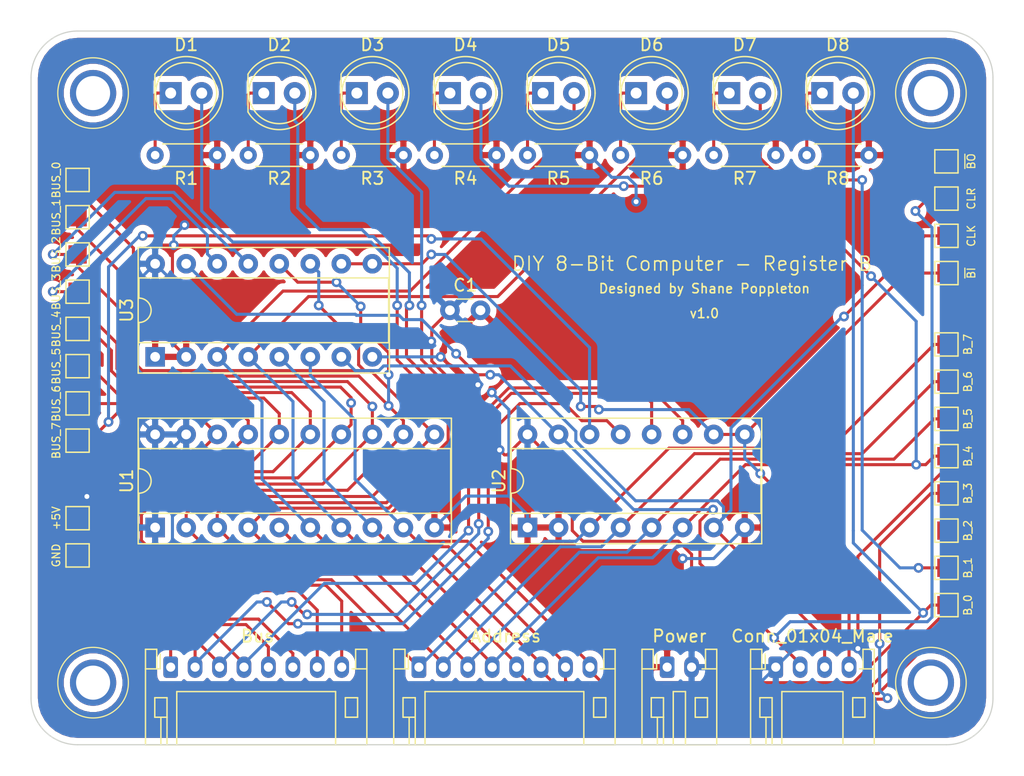
<source format=kicad_pcb>
(kicad_pcb (version 20171130) (host pcbnew "(5.1.2-1)-1")
  (layers (0 F.Cu signal) (31 B.Cu signal) (34 B.Paste user) (35 F.Paste user) (36 B.SilkS user) (37 F.SilkS user) (38 B.Mask user) (39 F.Mask user) (44 Edge.Cuts user))
  (net 0 "")
  (net 1 +5V)
  (net 2 GND)
  (net 3 /BUS_7)
  (net 4 /BUS_6)
  (net 5 /BUS_5)
  (net 6 /BUS_4)
  (net 7 /BUS_3)
  (net 8 /BUS_2)
  (net 9 /BUS_1)
  (net 10 /BUS_0)
  (net 11 /CLR)
  (net 12 /CLK)
  (net 13 "Net-(D1-Pad1)")
  (net 14 "Net-(D2-Pad1)")
  (net 15 "Net-(D3-Pad1)")
  (net 16 "Net-(D4-Pad1)")
  (net 17 "Net-(D5-Pad1)")
  (net 18 "Net-(D6-Pad1)")
  (net 19 "Net-(D7-Pad1)")
  (net 20 "Net-(D8-Pad1)")
  (net 21 /B_7)
  (net 22 /B_6)
  (net 23 /B_5)
  (net 24 /B_4)
  (net 25 /B_3)
  (net 26 /B_2)
  (net 27 /B_1)
  (net 28 /B_0)
  (net 29 /~BI~)
  (module Package_DIP:DIP-16_W7.62mm_Socket (layer F.Cu) (at 25.4 54.61 90)
    (fp_text reference U3 (at 3.81 -2.33 90) (layer F.SilkS))
    (fp_text value 74LS173)
    (pad 16 thru_hole oval (at 7.62 0 90) (size 1.6 1.6) (drill 0.8) (layers *.Cu *.Mask) (net 1 +5V))
    (pad 8 thru_hole oval (at 0 17.78 90) (size 1.6 1.6) (drill 0.8) (layers *.Cu *.Mask) (net 2 GND))
    (pad 15 thru_hole oval (at 7.62 2.54 90) (size 1.6 1.6) (drill 0.8) (layers *.Cu *.Mask) (net 11 /CLR))
    (pad 7 thru_hole oval (at 0 15.24 90) (size 1.6 1.6) (drill 0.8) (layers *.Cu *.Mask) (net 12 /CLK))
    (pad 14 thru_hole oval (at 7.62 5.08 90) (size 1.6 1.6) (drill 0.8) (layers *.Cu *.Mask) (net 7 /BUS_3))
    (pad 6 thru_hole oval (at 0 12.7 90) (size 1.6 1.6) (drill 0.8) (layers *.Cu *.Mask) (net 28 /B_0))
    (pad 13 thru_hole oval (at 7.62 7.62 90) (size 1.6 1.6) (drill 0.8) (layers *.Cu *.Mask) (net 8 /BUS_2))
    (pad 5 thru_hole oval (at 0 10.16 90) (size 1.6 1.6) (drill 0.8) (layers *.Cu *.Mask) (net 27 /B_1))
    (pad 12 thru_hole oval (at 7.62 10.16 90) (size 1.6 1.6) (drill 0.8) (layers *.Cu *.Mask) (net 9 /BUS_1))
    (pad 4 thru_hole oval (at 0 7.62 90) (size 1.6 1.6) (drill 0.8) (layers *.Cu *.Mask) (net 26 /B_2))
    (pad 11 thru_hole oval (at 7.62 12.7 90) (size 1.6 1.6) (drill 0.8) (layers *.Cu *.Mask) (net 10 /BUS_0))
    (pad 3 thru_hole oval (at 0 5.08 90) (size 1.6 1.6) (drill 0.8) (layers *.Cu *.Mask) (net 25 /B_3))
    (pad 10 thru_hole oval (at 7.62 15.24 90) (size 1.6 1.6) (drill 0.8) (layers *.Cu *.Mask) (net 29 /~BI~))
    (pad 2 thru_hole oval (at 0 2.54 90) (size 1.6 1.6) (drill 0.8) (layers *.Cu *.Mask) (net 2 GND))
    (pad 9 thru_hole oval (at 7.62 17.78 90) (size 1.6 1.6) (drill 0.8) (layers *.Cu *.Mask) (net 29 /~BI~))
    (pad 1 thru_hole rect (at 0 0 90) (size 1.6 1.6) (drill 0.8) (layers *.Cu *.Mask) (net 2 GND))
  )
  (module digikey-footprints:Test-Point-Pin_Drill2.79mm (layer F.Cu) (at 88.9 81.28)
    (fp_text reference REF** hide)
    (fp_text value Test-Point-Pin_Drill2.79mm hide)
    (pad 1 thru_hole circle (at 0 0) (size 3.79 3.79) (drill 2.79) (layers *.Cu *.Mask))
  )
  (module digikey-footprints:Test-Point-Pin_Drill2.79mm (layer F.Cu) (at 20.32 81.28)
    (fp_text reference REF** hide)
    (fp_text value Test-Point-Pin_Drill2.79mm hide)
    (pad 1 thru_hole circle (at 0 0) (size 3.79 3.79) (drill 2.79) (layers *.Cu *.Mask))
  )
  (module digikey-footprints:Test-Point-Pin_Drill2.79mm (layer F.Cu) (at 88.9 33.02)
    (fp_text reference REF** hide)
    (fp_text value Test-Point-Pin_Drill2.79mm hide)
    (pad 1 thru_hole circle (at 0 0) (size 3.79 3.79) (drill 2.79) (layers *.Cu *.Mask))
  )
  (module digikey-footprints:Test-Point-Pin_Drill2.79mm (layer F.Cu) (at 20.32 33.02)
    (fp_text reference REF** hide)
    (fp_text value Test-Point-Pin_Drill2.79mm hide)
    (pad 1 thru_hole circle (at 0 0) (size 3.79 3.79) (drill 2.79) (layers *.Cu *.Mask))
  )
  (module Connector_JST:JST_PH_S8B-PH-K_1x08_P2.00mm_Horizontal (layer F.Cu) (at 46.99 80.01)
    (fp_text reference J2 hide)
    (fp_text value Address (at 7.112 -2.54) (layer F.SilkS))
    (pad 8 thru_hole oval (at 14 0) (size 1.2 1.75) (drill 0.75) (layers *.Cu *.Mask) (net 28 /B_0))
    (pad 7 thru_hole oval (at 12 0) (size 1.2 1.75) (drill 0.75) (layers *.Cu *.Mask) (net 27 /B_1))
    (pad 6 thru_hole oval (at 10 0) (size 1.2 1.75) (drill 0.75) (layers *.Cu *.Mask) (net 26 /B_2))
    (pad 5 thru_hole oval (at 8 0) (size 1.2 1.75) (drill 0.75) (layers *.Cu *.Mask) (net 25 /B_3))
    (pad 4 thru_hole oval (at 6 0) (size 1.2 1.75) (drill 0.75) (layers *.Cu *.Mask) (net 24 /B_4))
    (pad 3 thru_hole oval (at 4 0) (size 1.2 1.75) (drill 0.75) (layers *.Cu *.Mask) (net 23 /B_5))
    (pad 2 thru_hole oval (at 2 0) (size 1.2 1.75) (drill 0.75) (layers *.Cu *.Mask) (net 22 /B_6))
    (pad 1 thru_hole roundrect (at 0 0) (size 1.2 1.75) (drill 0.75) (layers *.Cu *.Mask) (roundrect_rratio 0.208333) (net 21 /B_7))
  )
  (module Capacitor_THT:C_Disc_D3.0mm_W1.6mm_P2.50mm (layer F.Cu) (at 49.53 50.8)
    (fp_text reference C1 (at 1.25 -2.05) (layer F.SilkS))
    (fp_text value 100nF)
    (pad 1 thru_hole circle (at 0 0) (size 1.6 1.6) (drill 0.8) (layers *.Cu *.Mask) (net 1 +5V))
    (pad 2 thru_hole circle (at 2.5 0) (size 1.6 1.6) (drill 0.8) (layers *.Cu *.Mask) (net 2 GND))
  )
  (module LED_THT:LED_D5.0mm (layer F.Cu) (at 26.67 33.02)
    (fp_text reference D1 (at 1.27 -3.96) (layer F.SilkS))
    (fp_text value LED)
    (pad 2 thru_hole circle (at 2.54 0) (size 1.8 1.8) (drill 0.9) (layers *.Cu *.Mask) (net 21 /B_7))
    (pad 1 thru_hole rect (at 0 0) (size 1.8 1.8) (drill 0.9) (layers *.Cu *.Mask) (net 13 "Net-(D1-Pad1)"))
  )
  (module LED_THT:LED_D5.0mm (layer F.Cu) (at 34.29 33.02)
    (fp_text reference D2 (at 1.27 -3.96) (layer F.SilkS))
    (fp_text value LED)
    (pad 1 thru_hole rect (at 0 0) (size 1.8 1.8) (drill 0.9) (layers *.Cu *.Mask) (net 14 "Net-(D2-Pad1)"))
    (pad 2 thru_hole circle (at 2.54 0) (size 1.8 1.8) (drill 0.9) (layers *.Cu *.Mask) (net 22 /B_6))
  )
  (module LED_THT:LED_D5.0mm (layer F.Cu) (at 41.91 33.02)
    (fp_text reference D3 (at 1.27 -3.96) (layer F.SilkS))
    (fp_text value LED)
    (pad 2 thru_hole circle (at 2.54 0) (size 1.8 1.8) (drill 0.9) (layers *.Cu *.Mask) (net 23 /B_5))
    (pad 1 thru_hole rect (at 0 0) (size 1.8 1.8) (drill 0.9) (layers *.Cu *.Mask) (net 15 "Net-(D3-Pad1)"))
  )
  (module LED_THT:LED_D5.0mm (layer F.Cu) (at 49.53 33.02)
    (fp_text reference D4 (at 1.27 -3.96) (layer F.SilkS))
    (fp_text value LED)
    (pad 1 thru_hole rect (at 0 0) (size 1.8 1.8) (drill 0.9) (layers *.Cu *.Mask) (net 16 "Net-(D4-Pad1)"))
    (pad 2 thru_hole circle (at 2.54 0) (size 1.8 1.8) (drill 0.9) (layers *.Cu *.Mask) (net 24 /B_4))
  )
  (module LED_THT:LED_D5.0mm (layer F.Cu) (at 57.15 33.02)
    (fp_text reference D5 (at 1.27 -3.96) (layer F.SilkS))
    (fp_text value LED)
    (pad 2 thru_hole circle (at 2.54 0) (size 1.8 1.8) (drill 0.9) (layers *.Cu *.Mask) (net 25 /B_3))
    (pad 1 thru_hole rect (at 0 0) (size 1.8 1.8) (drill 0.9) (layers *.Cu *.Mask) (net 17 "Net-(D5-Pad1)"))
  )
  (module LED_THT:LED_D5.0mm (layer F.Cu) (at 64.77 33.02)
    (fp_text reference D6 (at 1.27 -3.96) (layer F.SilkS))
    (fp_text value LED)
    (pad 1 thru_hole rect (at 0 0) (size 1.8 1.8) (drill 0.9) (layers *.Cu *.Mask) (net 18 "Net-(D6-Pad1)"))
    (pad 2 thru_hole circle (at 2.54 0) (size 1.8 1.8) (drill 0.9) (layers *.Cu *.Mask) (net 26 /B_2))
  )
  (module LED_THT:LED_D5.0mm (layer F.Cu) (at 72.39 33.02)
    (fp_text reference D7 (at 1.27 -3.96) (layer F.SilkS))
    (fp_text value LED)
    (pad 2 thru_hole circle (at 2.54 0) (size 1.8 1.8) (drill 0.9) (layers *.Cu *.Mask) (net 27 /B_1))
    (pad 1 thru_hole rect (at 0 0) (size 1.8 1.8) (drill 0.9) (layers *.Cu *.Mask) (net 19 "Net-(D7-Pad1)"))
  )
  (module LED_THT:LED_D5.0mm (layer F.Cu) (at 80.01 33.02)
    (fp_text reference D8 (at 1.27 -3.96) (layer F.SilkS))
    (fp_text value LED)
    (pad 1 thru_hole rect (at 0 0) (size 1.8 1.8) (drill 0.9) (layers *.Cu *.Mask) (net 20 "Net-(D8-Pad1)"))
    (pad 2 thru_hole circle (at 2.54 0) (size 1.8 1.8) (drill 0.9) (layers *.Cu *.Mask) (net 28 /B_0))
  )
  (module Connector_JST:JST_PH_S8B-PH-K_1x08_P2.00mm_Horizontal (layer F.Cu) (at 26.67 80.01)
    (fp_text reference J1 hide)
    (fp_text value Bus (at 7.112 -2.54) (layer F.SilkS))
    (pad 1 thru_hole roundrect (at 0 0) (size 1.2 1.75) (drill 0.75) (layers *.Cu *.Mask) (roundrect_rratio 0.208333) (net 3 /BUS_7))
    (pad 2 thru_hole oval (at 2 0) (size 1.2 1.75) (drill 0.75) (layers *.Cu *.Mask) (net 4 /BUS_6))
    (pad 3 thru_hole oval (at 4 0) (size 1.2 1.75) (drill 0.75) (layers *.Cu *.Mask) (net 5 /BUS_5))
    (pad 4 thru_hole oval (at 6 0) (size 1.2 1.75) (drill 0.75) (layers *.Cu *.Mask) (net 6 /BUS_4))
    (pad 5 thru_hole oval (at 8 0) (size 1.2 1.75) (drill 0.75) (layers *.Cu *.Mask) (net 7 /BUS_3))
    (pad 6 thru_hole oval (at 10 0) (size 1.2 1.75) (drill 0.75) (layers *.Cu *.Mask) (net 8 /BUS_2))
    (pad 7 thru_hole oval (at 12 0) (size 1.2 1.75) (drill 0.75) (layers *.Cu *.Mask) (net 9 /BUS_1))
    (pad 8 thru_hole oval (at 14 0) (size 1.2 1.75) (drill 0.75) (layers *.Cu *.Mask) (net 10 /BUS_0))
  )
  (module Connector_JST:JST_PH_S4B-PH-K_1x04_P2.00mm_Horizontal (layer F.Cu) (at 76.2 80.01)
    (fp_text reference J3 hide)
    (fp_text value Conn_01x04_Male (at 3 -2.54) (layer F.SilkS))
    (pad 1 thru_hole roundrect (at 0 0) (size 1.2 1.75) (drill 0.75) (layers *.Cu *.Mask) (roundrect_rratio 0.208333) (net 1 +5V))
    (pad 2 thru_hole oval (at 2 0) (size 1.2 1.75) (drill 0.75) (layers *.Cu *.Mask) (net 11 /CLR))
    (pad 3 thru_hole oval (at 4 0) (size 1.2 1.75) (drill 0.75) (layers *.Cu *.Mask) (net 12 /CLK))
    (pad 4 thru_hole oval (at 6 0) (size 1.2 1.75) (drill 0.75) (layers *.Cu *.Mask) (net 29 /~BI~))
  )
  (module Connector_JST:JST_PH_S2B-PH-K_1x02_P2.00mm_Horizontal (layer F.Cu) (at 67.31 80.01)
    (fp_text reference J4 hide)
    (fp_text value Power (at 1 -2.54) (layer F.SilkS))
    (pad 1 thru_hole roundrect (at 0 0) (size 1.2 1.75) (drill 0.75) (layers *.Cu *.Mask) (roundrect_rratio 0.208333) (net 2 GND))
    (pad 2 thru_hole oval (at 2 0) (size 1.2 1.75) (drill 0.75) (layers *.Cu *.Mask) (net 1 +5V))
  )
  (module Resistor_THT:R_Axial_DIN0204_L3.6mm_D1.6mm_P5.08mm_Horizontal (layer F.Cu) (at 25.4 38.1)
    (fp_text reference R1 (at 2.54 1.905) (layer F.SilkS))
    (fp_text value 220R)
    (pad 2 thru_hole oval (at 5.08 0) (size 1.4 1.4) (drill 0.7) (layers *.Cu *.Mask) (net 2 GND))
    (pad 1 thru_hole circle (at 0 0) (size 1.4 1.4) (drill 0.7) (layers *.Cu *.Mask) (net 13 "Net-(D1-Pad1)"))
  )
  (module Resistor_THT:R_Axial_DIN0204_L3.6mm_D1.6mm_P5.08mm_Horizontal (layer F.Cu) (at 33.02 38.1)
    (fp_text reference R2 (at 2.54 1.905) (layer F.SilkS))
    (fp_text value 220R)
    (pad 1 thru_hole circle (at 0 0) (size 1.4 1.4) (drill 0.7) (layers *.Cu *.Mask) (net 14 "Net-(D2-Pad1)"))
    (pad 2 thru_hole oval (at 5.08 0) (size 1.4 1.4) (drill 0.7) (layers *.Cu *.Mask) (net 2 GND))
  )
  (module Resistor_THT:R_Axial_DIN0204_L3.6mm_D1.6mm_P5.08mm_Horizontal (layer F.Cu) (at 40.64 38.1)
    (fp_text reference R3 (at 2.54 1.905) (layer F.SilkS))
    (fp_text value 220R)
    (pad 2 thru_hole oval (at 5.08 0) (size 1.4 1.4) (drill 0.7) (layers *.Cu *.Mask) (net 2 GND))
    (pad 1 thru_hole circle (at 0 0) (size 1.4 1.4) (drill 0.7) (layers *.Cu *.Mask) (net 15 "Net-(D3-Pad1)"))
  )
  (module Resistor_THT:R_Axial_DIN0204_L3.6mm_D1.6mm_P5.08mm_Horizontal (layer F.Cu) (at 48.26 38.1)
    (fp_text reference R4 (at 2.54 1.905) (layer F.SilkS))
    (fp_text value 220R)
    (pad 1 thru_hole circle (at 0 0) (size 1.4 1.4) (drill 0.7) (layers *.Cu *.Mask) (net 16 "Net-(D4-Pad1)"))
    (pad 2 thru_hole oval (at 5.08 0) (size 1.4 1.4) (drill 0.7) (layers *.Cu *.Mask) (net 2 GND))
  )
  (module Resistor_THT:R_Axial_DIN0204_L3.6mm_D1.6mm_P5.08mm_Horizontal (layer F.Cu) (at 55.88 38.1)
    (fp_text reference R5 (at 2.54 1.905) (layer F.SilkS))
    (fp_text value 220R)
    (pad 2 thru_hole oval (at 5.08 0) (size 1.4 1.4) (drill 0.7) (layers *.Cu *.Mask) (net 2 GND))
    (pad 1 thru_hole circle (at 0 0) (size 1.4 1.4) (drill 0.7) (layers *.Cu *.Mask) (net 17 "Net-(D5-Pad1)"))
  )
  (module Resistor_THT:R_Axial_DIN0204_L3.6mm_D1.6mm_P5.08mm_Horizontal (layer F.Cu) (at 63.5 38.1)
    (fp_text reference R6 (at 2.54 1.905) (layer F.SilkS))
    (fp_text value 220R)
    (pad 1 thru_hole circle (at 0 0) (size 1.4 1.4) (drill 0.7) (layers *.Cu *.Mask) (net 18 "Net-(D6-Pad1)"))
    (pad 2 thru_hole oval (at 5.08 0) (size 1.4 1.4) (drill 0.7) (layers *.Cu *.Mask) (net 2 GND))
  )
  (module Resistor_THT:R_Axial_DIN0204_L3.6mm_D1.6mm_P5.08mm_Horizontal (layer F.Cu) (at 71.12 38.1)
    (fp_text reference R7 (at 2.54 1.905) (layer F.SilkS))
    (fp_text value 220R)
    (pad 2 thru_hole oval (at 5.08 0) (size 1.4 1.4) (drill 0.7) (layers *.Cu *.Mask) (net 2 GND))
    (pad 1 thru_hole circle (at 0 0) (size 1.4 1.4) (drill 0.7) (layers *.Cu *.Mask) (net 19 "Net-(D7-Pad1)"))
  )
  (module Resistor_THT:R_Axial_DIN0204_L3.6mm_D1.6mm_P5.08mm_Horizontal (layer F.Cu) (at 78.74 38.1)
    (fp_text reference R8 (at 2.54 1.905) (layer F.SilkS))
    (fp_text value 220R)
    (pad 1 thru_hole circle (at 0 0) (size 1.4 1.4) (drill 0.7) (layers *.Cu *.Mask) (net 20 "Net-(D8-Pad1)"))
    (pad 2 thru_hole oval (at 5.08 0) (size 1.4 1.4) (drill 0.7) (layers *.Cu *.Mask) (net 2 GND))
  )
  (module TestPoint:TestPoint_Pad_1.5x1.5mm (layer F.Cu) (at 19.05 61.468 270)
    (fp_text reference TP1 hide)
    (fp_text value BUS_7 (at 0 1.75 90) (layer F.SilkS) (effects (font (size 0.635 0.635) (thickness 0.1016))))
    (pad 1 smd rect (at 0 0 270) (size 1.5 1.5) (layers F.Cu F.Mask) (net 3 /BUS_7))
  )
  (module TestPoint:TestPoint_Pad_1.5x1.5mm (layer F.Cu) (at 19.05 58.42 270)
    (fp_text reference TP2 hide)
    (fp_text value BUS_6 (at 0 1.75 90) (layer F.SilkS) (effects (font (size 0.635 0.635) (thickness 0.1016))))
    (pad 1 smd rect (at 0 0 270) (size 1.5 1.5) (layers F.Cu F.Mask) (net 4 /BUS_6))
  )
  (module TestPoint:TestPoint_Pad_1.5x1.5mm (layer F.Cu) (at 19.05 55.372 270)
    (fp_text reference TP3 hide)
    (fp_text value BUS_5 (at 0 1.75 90) (layer F.SilkS) (effects (font (size 0.635 0.635) (thickness 0.1016))))
    (pad 1 smd rect (at 0 0 270) (size 1.5 1.5) (layers F.Cu F.Mask) (net 5 /BUS_5))
  )
  (module TestPoint:TestPoint_Pad_1.5x1.5mm (layer F.Cu) (at 19.05 52.324 270)
    (fp_text reference TP4 hide)
    (fp_text value BUS_4 (at 0 1.75 90) (layer F.SilkS) (effects (font (size 0.635 0.635) (thickness 0.1016))))
    (pad 1 smd rect (at 0 0 270) (size 1.5 1.5) (layers F.Cu F.Mask) (net 6 /BUS_4))
  )
  (module TestPoint:TestPoint_Pad_1.5x1.5mm (layer F.Cu) (at 19.05 49.276 270)
    (fp_text reference TP5 hide)
    (fp_text value BUS_3 (at 0 1.75 90) (layer F.SilkS) (effects (font (size 0.635 0.635) (thickness 0.1016))))
    (pad 1 smd rect (at 0 0 270) (size 1.5 1.5) (layers F.Cu F.Mask) (net 7 /BUS_3))
  )
  (module TestPoint:TestPoint_Pad_1.5x1.5mm (layer F.Cu) (at 19.05 46.228 270)
    (fp_text reference TP6 hide)
    (fp_text value BUS_2 (at 0 1.75 90) (layer F.SilkS) (effects (font (size 0.635 0.635) (thickness 0.1016))))
    (pad 1 smd rect (at 0 0 270) (size 1.5 1.5) (layers F.Cu F.Mask) (net 8 /BUS_2))
  )
  (module TestPoint:TestPoint_Pad_1.5x1.5mm (layer F.Cu) (at 19.05 43.18 270)
    (fp_text reference TP7 hide)
    (fp_text value BUS_1 (at 0 1.75 90) (layer F.SilkS) (effects (font (size 0.635 0.635) (thickness 0.1016))))
    (pad 1 smd rect (at 0 0 270) (size 1.5 1.5) (layers F.Cu F.Mask) (net 9 /BUS_1))
  )
  (module TestPoint:TestPoint_Pad_1.5x1.5mm (layer F.Cu) (at 19.05 40.132 270)
    (fp_text reference TP8 hide)
    (fp_text value BUS_0 (at 0 1.75 90) (layer F.SilkS) (effects (font (size 0.635 0.635) (thickness 0.1016))))
    (pad 1 smd rect (at 0 0 270) (size 1.5 1.5) (layers F.Cu F.Mask) (net 10 /BUS_0))
  )
  (module TestPoint:TestPoint_Pad_1.5x1.5mm (layer F.Cu) (at 90.17 53.594 90)
    (fp_text reference TP9 hide)
    (fp_text value B_7 (at 0 1.75 90) (layer F.SilkS) (effects (font (size 0.635 0.635) (thickness 0.1016))))
    (pad 1 smd rect (at 0 0 90) (size 1.5 1.5) (layers F.Cu F.Mask) (net 21 /B_7))
  )
  (module TestPoint:TestPoint_Pad_1.5x1.5mm (layer F.Cu) (at 90.17 56.642 90)
    (fp_text reference TP10 hide)
    (fp_text value B_6 (at 0 1.75 90) (layer F.SilkS) (effects (font (size 0.635 0.635) (thickness 0.1016))))
    (pad 1 smd rect (at 0 0 90) (size 1.5 1.5) (layers F.Cu F.Mask) (net 22 /B_6))
  )
  (module TestPoint:TestPoint_Pad_1.5x1.5mm (layer F.Cu) (at 90.17 59.69 90)
    (fp_text reference TP11 hide)
    (fp_text value B_5 (at 0 1.75 90) (layer F.SilkS) (effects (font (size 0.635 0.635) (thickness 0.1016))))
    (pad 1 smd rect (at 0 0 90) (size 1.5 1.5) (layers F.Cu F.Mask) (net 23 /B_5))
  )
  (module TestPoint:TestPoint_Pad_1.5x1.5mm (layer F.Cu) (at 90.17 62.738 90)
    (fp_text reference TP12 hide)
    (fp_text value B_4 (at 0 1.75 90) (layer F.SilkS) (effects (font (size 0.635 0.635) (thickness 0.1016))))
    (pad 1 smd rect (at 0 0 90) (size 1.5 1.5) (layers F.Cu F.Mask) (net 24 /B_4))
  )
  (module TestPoint:TestPoint_Pad_1.5x1.5mm (layer F.Cu) (at 90.17 65.786 90)
    (fp_text reference TP13 hide)
    (fp_text value B_3 (at 0 1.75 90) (layer F.SilkS) (effects (font (size 0.635 0.635) (thickness 0.1016))))
    (pad 1 smd rect (at 0 0 90) (size 1.5 1.5) (layers F.Cu F.Mask) (net 25 /B_3))
  )
  (module TestPoint:TestPoint_Pad_1.5x1.5mm (layer F.Cu) (at 90.17 68.834 90)
    (fp_text reference TP14 hide)
    (fp_text value B_2 (at 0 1.75 90) (layer F.SilkS) (effects (font (size 0.635 0.635) (thickness 0.1016))))
    (pad 1 smd rect (at 0 0 90) (size 1.5 1.5) (layers F.Cu F.Mask) (net 26 /B_2))
  )
  (module TestPoint:TestPoint_Pad_1.5x1.5mm (layer F.Cu) (at 90.17 71.882 90)
    (fp_text reference TP15 hide)
    (fp_text value B_1 (at 0 1.75 90) (layer F.SilkS) (effects (font (size 0.635 0.635) (thickness 0.1016))))
    (pad 1 smd rect (at 0 0 90) (size 1.5 1.5) (layers F.Cu F.Mask) (net 27 /B_1))
  )
  (module TestPoint:TestPoint_Pad_1.5x1.5mm (layer F.Cu) (at 90.17 74.93 90)
    (fp_text reference TP16 hide)
    (fp_text value B_0 (at 0 1.75 90) (layer F.SilkS) (effects (font (size 0.635 0.635) (thickness 0.1016))))
    (pad 1 smd rect (at 0 0 90) (size 1.5 1.5) (layers F.Cu F.Mask) (net 28 /B_0))
  )
  (module TestPoint:TestPoint_Pad_1.5x1.5mm (layer F.Cu) (at 90.17 47.752 90)
    (fp_text reference TP17 hide)
    (fp_text value ~BI~ (at 0 2.032 90) (layer F.SilkS) (effects (font (size 0.635 0.635) (thickness 0.1016))))
    (pad 1 smd rect (at 0 0 90) (size 1.5 1.5) (layers F.Cu F.Mask) (net 29 /~BI~))
  )
  (module TestPoint:TestPoint_Pad_1.5x1.5mm (layer F.Cu) (at 90.17 44.704 90)
    (fp_text reference TP18 hide)
    (fp_text value CLK (at 0 2.032 90) (layer F.SilkS) (effects (font (size 0.635 0.635) (thickness 0.1016))))
    (pad 1 smd rect (at 0 0 90) (size 1.5 1.5) (layers F.Cu F.Mask) (net 12 /CLK))
  )
  (module TestPoint:TestPoint_Pad_1.5x1.5mm (layer F.Cu) (at 90.17 41.656 90)
    (fp_text reference TP19 hide)
    (fp_text value CLR (at 0 2.032 90) (layer F.SilkS) (effects (font (size 0.635 0.635) (thickness 0.1016))))
    (pad 1 smd rect (at 0 0 90) (size 1.5 1.5) (layers F.Cu F.Mask) (net 11 /CLR))
  )
  (module TestPoint:TestPoint_Pad_1.5x1.5mm (layer F.Cu) (at 90.17 38.608 90)
    (fp_text reference TP20 hide)
    (fp_text value ~BO~ (at 0 2.032 90) (layer F.SilkS) (effects (font (size 0.635 0.635) (thickness 0.1016))))
    (pad 1 smd rect (at 0 0 90) (size 1.5 1.5) (layers F.Cu F.Mask) (net 1 +5V))
  )
  (module TestPoint:TestPoint_Pad_1.5x1.5mm (layer F.Cu) (at 19.05 67.818 270)
    (fp_text reference TP21 hide)
    (fp_text value +5V (at 0 1.75 90) (layer F.SilkS) (effects (font (size 0.635 0.635) (thickness 0.1016))))
    (pad 1 smd rect (at 0 0 270) (size 1.5 1.5) (layers F.Cu F.Mask) (net 1 +5V))
  )
  (module TestPoint:TestPoint_Pad_1.5x1.5mm (layer F.Cu) (at 19.05 70.866 270)
    (fp_text reference TP22 hide)
    (fp_text value GND (at 0 1.75 90) (layer F.SilkS) (effects (font (size 0.635 0.635) (thickness 0.1016))))
    (pad 1 smd rect (at 0 0 270) (size 1.5 1.5) (layers F.Cu F.Mask) (net 2 GND))
  )
  (module Package_DIP:DIP-20_W7.62mm_Socket (layer F.Cu) (at 25.4 68.58 90)
    (fp_text reference U1 (at 3.81 -2.33 90) (layer F.SilkS))
    (fp_text value 74LS245)
    (pad 1 thru_hole rect (at 0 0 90) (size 1.6 1.6) (drill 0.8) (layers *.Cu *.Mask) (net 1 +5V))
    (pad 11 thru_hole oval (at 7.62 22.86 90) (size 1.6 1.6) (drill 0.8) (layers *.Cu *.Mask) (net 10 /BUS_0))
    (pad 2 thru_hole oval (at 0 2.54 90) (size 1.6 1.6) (drill 0.8) (layers *.Cu *.Mask) (net 21 /B_7))
    (pad 12 thru_hole oval (at 7.62 20.32 90) (size 1.6 1.6) (drill 0.8) (layers *.Cu *.Mask) (net 9 /BUS_1))
    (pad 3 thru_hole oval (at 0 5.08 90) (size 1.6 1.6) (drill 0.8) (layers *.Cu *.Mask) (net 22 /B_6))
    (pad 13 thru_hole oval (at 7.62 17.78 90) (size 1.6 1.6) (drill 0.8) (layers *.Cu *.Mask) (net 8 /BUS_2))
    (pad 4 thru_hole oval (at 0 7.62 90) (size 1.6 1.6) (drill 0.8) (layers *.Cu *.Mask) (net 23 /B_5))
    (pad 14 thru_hole oval (at 7.62 15.24 90) (size 1.6 1.6) (drill 0.8) (layers *.Cu *.Mask) (net 7 /BUS_3))
    (pad 5 thru_hole oval (at 0 10.16 90) (size 1.6 1.6) (drill 0.8) (layers *.Cu *.Mask) (net 24 /B_4))
    (pad 15 thru_hole oval (at 7.62 12.7 90) (size 1.6 1.6) (drill 0.8) (layers *.Cu *.Mask) (net 6 /BUS_4))
    (pad 6 thru_hole oval (at 0 12.7 90) (size 1.6 1.6) (drill 0.8) (layers *.Cu *.Mask) (net 25 /B_3))
    (pad 16 thru_hole oval (at 7.62 10.16 90) (size 1.6 1.6) (drill 0.8) (layers *.Cu *.Mask) (net 5 /BUS_5))
    (pad 7 thru_hole oval (at 0 15.24 90) (size 1.6 1.6) (drill 0.8) (layers *.Cu *.Mask) (net 26 /B_2))
    (pad 17 thru_hole oval (at 7.62 7.62 90) (size 1.6 1.6) (drill 0.8) (layers *.Cu *.Mask) (net 4 /BUS_6))
    (pad 8 thru_hole oval (at 0 17.78 90) (size 1.6 1.6) (drill 0.8) (layers *.Cu *.Mask) (net 27 /B_1))
    (pad 18 thru_hole oval (at 7.62 5.08 90) (size 1.6 1.6) (drill 0.8) (layers *.Cu *.Mask) (net 3 /BUS_7))
    (pad 9 thru_hole oval (at 0 20.32 90) (size 1.6 1.6) (drill 0.8) (layers *.Cu *.Mask) (net 28 /B_0))
    (pad 19 thru_hole oval (at 7.62 2.54 90) (size 1.6 1.6) (drill 0.8) (layers *.Cu *.Mask) (net 1 +5V))
    (pad 10 thru_hole oval (at 0 22.86 90) (size 1.6 1.6) (drill 0.8) (layers *.Cu *.Mask) (net 2 GND))
    (pad 20 thru_hole oval (at 7.62 0 90) (size 1.6 1.6) (drill 0.8) (layers *.Cu *.Mask) (net 1 +5V))
  )
  (module Package_DIP:DIP-16_W7.62mm_Socket (layer F.Cu) (at 55.88 68.58 90)
    (fp_text reference U2 (at 3.81 -2.33 90) (layer F.SilkS))
    (fp_text value 74LS173)
    (pad 1 thru_hole rect (at 0 0 90) (size 1.6 1.6) (drill 0.8) (layers *.Cu *.Mask) (net 2 GND))
    (pad 9 thru_hole oval (at 7.62 17.78 90) (size 1.6 1.6) (drill 0.8) (layers *.Cu *.Mask) (net 29 /~BI~))
    (pad 2 thru_hole oval (at 0 2.54 90) (size 1.6 1.6) (drill 0.8) (layers *.Cu *.Mask) (net 2 GND))
    (pad 10 thru_hole oval (at 7.62 15.24 90) (size 1.6 1.6) (drill 0.8) (layers *.Cu *.Mask) (net 29 /~BI~))
    (pad 3 thru_hole oval (at 0 5.08 90) (size 1.6 1.6) (drill 0.8) (layers *.Cu *.Mask) (net 21 /B_7))
    (pad 11 thru_hole oval (at 7.62 12.7 90) (size 1.6 1.6) (drill 0.8) (layers *.Cu *.Mask) (net 6 /BUS_4))
    (pad 4 thru_hole oval (at 0 7.62 90) (size 1.6 1.6) (drill 0.8) (layers *.Cu *.Mask) (net 22 /B_6))
    (pad 12 thru_hole oval (at 7.62 10.16 90) (size 1.6 1.6) (drill 0.8) (layers *.Cu *.Mask) (net 5 /BUS_5))
    (pad 5 thru_hole oval (at 0 10.16 90) (size 1.6 1.6) (drill 0.8) (layers *.Cu *.Mask) (net 23 /B_5))
    (pad 13 thru_hole oval (at 7.62 7.62 90) (size 1.6 1.6) (drill 0.8) (layers *.Cu *.Mask) (net 4 /BUS_6))
    (pad 6 thru_hole oval (at 0 12.7 90) (size 1.6 1.6) (drill 0.8) (layers *.Cu *.Mask) (net 24 /B_4))
    (pad 14 thru_hole oval (at 7.62 5.08 90) (size 1.6 1.6) (drill 0.8) (layers *.Cu *.Mask) (net 3 /BUS_7))
    (pad 7 thru_hole oval (at 0 15.24 90) (size 1.6 1.6) (drill 0.8) (layers *.Cu *.Mask) (net 12 /CLK))
    (pad 15 thru_hole oval (at 7.62 2.54 90) (size 1.6 1.6) (drill 0.8) (layers *.Cu *.Mask) (net 11 /CLR))
    (pad 8 thru_hole oval (at 0 17.78 90) (size 1.6 1.6) (drill 0.8) (layers *.Cu *.Mask) (net 2 GND))
    (pad 16 thru_hole oval (at 7.62 0 90) (size 1.6 1.6) (drill 0.8) (layers *.Cu *.Mask) (net 1 +5V))
  )
  (gr_text v1.0 (at 70.358 51.054) (layer F.SilkS) (effects (font (size 0.762 0.762) (thickness 0.127))))
  (gr_text "Designed by Shane Poppleton" (at 70.358 49.022) (layer F.SilkS) (effects (font (size 0.762 0.762) (thickness 0.127))))
  (gr_text "DIY 8-Bit Computer - Register B" (at 69.342 46.99) (layer F.SilkS) (effects (font (size 1.143 1.143) (thickness 0.127))))
  (gr_line (start 93.98 31.75) (end 93.98 82.55) (layer Edge.Cuts) (width 0.1))
  (gr_arc (start 90.17 82.55) (end 90.17 86.36) (angle -90) (layer Edge.Cuts) (width 0.1))
  (gr_arc (start 90.17 31.75) (end 93.98 31.75) (angle -90) (layer Edge.Cuts) (width 0.1))
  (gr_line (start 19.05 86.36) (end 90.17 86.36) (layer Edge.Cuts) (width 0.1))
  (gr_line (start 15.24 31.75) (end 15.24 82.55) (layer Edge.Cuts) (width 0.1))
  (gr_arc (start 19.05 31.75) (end 19.05 27.94) (angle -90) (layer Edge.Cuts) (width 0.1))
  (gr_arc (start 19.05 82.55) (end 15.24 82.55) (angle -90) (layer Edge.Cuts) (width 0.1))
  (gr_line (start 19.05 27.94) (end 90.17 27.94) (layer Edge.Cuts) (width 0.1))
  (via (at 19.812 66.04) (size 0.8) (drill 0.4) (layers F.Cu B.Cu) (net 1))
  (segment (start 22.352 68.58) (end 19.812 66.04) (width 0.25) (layer B.Cu) (net 1))
  (segment (start 25.4 68.58) (end 22.352 68.58) (width 0.25) (layer B.Cu) (net 1))
  (segment (start 19.812 67.056) (end 19.05 67.818) (width 0.25) (layer F.Cu) (net 1))
  (segment (start 19.812 66.04) (end 19.812 67.056) (width 0.25) (layer F.Cu) (net 1))
  (segment (start 56.679999 61.759999) (end 55.88 60.96) (width 0.25) (layer F.Cu) (net 1))
  (segment (start 59.545001 68.830003) (end 59.545001 64.625001) (width 0.25) (layer F.Cu) (net 1))
  (segment (start 60.419999 69.705001) (end 59.545001 68.830003) (width 0.25) (layer F.Cu) (net 1))
  (segment (start 68.238003 69.705001) (end 60.419999 69.705001) (width 0.25) (layer F.Cu) (net 1))
  (segment (start 59.545001 64.625001) (end 56.679999 61.759999) (width 0.25) (layer F.Cu) (net 1))
  (segment (start 69.31 70.776998) (end 68.238003 69.705001) (width 0.25) (layer F.Cu) (net 1))
  (segment (start 69.31 80.01) (end 69.31 70.776998) (width 0.25) (layer F.Cu) (net 1))
  (via (at 51.816 56.896) (size 0.8) (drill 0.4) (layers F.Cu B.Cu) (net 1))
  (segment (start 49.980998 56.896) (end 51.816 56.896) (width 0.25) (layer F.Cu) (net 1))
  (segment (start 48.042999 54.958001) (end 49.980998 56.896) (width 0.25) (layer F.Cu) (net 1))
  (segment (start 48.042999 52.287001) (end 48.042999 54.958001) (width 0.25) (layer F.Cu) (net 1))
  (segment (start 49.53 50.8) (end 48.042999 52.287001) (width 0.25) (layer F.Cu) (net 1))
  (segment (start 24.600001 60.160001) (end 25.4 60.96) (width 0.25) (layer B.Cu) (net 1))
  (segment (start 23.114 49.276) (end 23.114 58.674) (width 0.25) (layer B.Cu) (net 1))
  (segment (start 23.114 58.674) (end 24.600001 60.160001) (width 0.25) (layer B.Cu) (net 1))
  (segment (start 25.4 46.99) (end 23.114 49.276) (width 0.25) (layer B.Cu) (net 1))
  (via (at 48.001347 53.344653) (size 0.8) (drill 0.4) (layers F.Cu B.Cu) (net 1))
  (segment (start 31.754653 53.344653) (end 48.001347 53.344653) (width 0.25) (layer B.Cu) (net 1))
  (segment (start 25.4 46.99) (end 31.754653 53.344653) (width 0.25) (layer B.Cu) (net 1))
  (via (at 53.594 62.23) (size 0.8) (drill 0.4) (layers F.Cu B.Cu) (net 1))
  (segment (start 51.816 60.452) (end 53.594 62.23) (width 0.25) (layer B.Cu) (net 1))
  (segment (start 51.816 56.896) (end 51.816 60.452) (width 0.25) (layer B.Cu) (net 1))
  (segment (start 55.080001 61.759999) (end 55.88 60.96) (width 0.25) (layer F.Cu) (net 1))
  (segment (start 54.210001 62.629999) (end 55.080001 61.759999) (width 0.25) (layer F.Cu) (net 1))
  (segment (start 53.993999 62.629999) (end 54.210001 62.629999) (width 0.25) (layer F.Cu) (net 1))
  (segment (start 53.594 62.23) (end 53.993999 62.629999) (width 0.25) (layer F.Cu) (net 1))
  (via (at 68.58 71.12) (size 0.8) (drill 0.4) (layers F.Cu B.Cu) (net 2))
  (segment (start 67.31 72.39) (end 68.58 71.12) (width 0.25) (layer F.Cu) (net 2))
  (segment (start 67.31 80.01) (end 67.31 72.39) (width 0.25) (layer F.Cu) (net 2))
  (segment (start 71.12 71.12) (end 73.66 68.58) (width 0.25) (layer B.Cu) (net 2))
  (segment (start 68.58 71.12) (end 71.12 71.12) (width 0.25) (layer B.Cu) (net 2))
  (via (at 52.954347 57.526347) (size 0.8) (drill 0.4) (layers F.Cu B.Cu) (net 2))
  (segment (start 55.88 68.58) (end 55.88 67.53) (width 0.25) (layer B.Cu) (net 2))
  (segment (start 52.829999 51.599999) (end 52.03 50.8) (width 0.25) (layer F.Cu) (net 2))
  (segment (start 54.61 53.38) (end 52.829999 51.599999) (width 0.25) (layer F.Cu) (net 2))
  (segment (start 54.61 55.870694) (end 54.61 53.38) (width 0.25) (layer F.Cu) (net 2))
  (segment (start 52.954347 57.526347) (end 54.61 55.870694) (width 0.25) (layer F.Cu) (net 2))
  (via (at 48.768 54.61) (size 0.8) (drill 0.4) (layers F.Cu B.Cu) (net 2))
  (segment (start 43.18 54.61) (end 48.768 54.61) (width 0.25) (layer B.Cu) (net 2))
  (segment (start 51.230001 51.599999) (end 52.03 50.8) (width 0.25) (layer F.Cu) (net 2))
  (segment (start 49.167999 53.662001) (end 51.230001 51.599999) (width 0.25) (layer F.Cu) (net 2))
  (segment (start 49.167999 54.210001) (end 49.167999 53.662001) (width 0.25) (layer F.Cu) (net 2))
  (segment (start 48.768 54.61) (end 49.167999 54.210001) (width 0.25) (layer F.Cu) (net 2))
  (via (at 26.924 45.466) (size 0.8) (drill 0.4) (layers F.Cu B.Cu) (net 2))
  (segment (start 26.814999 45.575001) (end 26.924 45.466) (width 0.25) (layer F.Cu) (net 2))
  (segment (start 26.814999 53.484999) (end 26.814999 45.575001) (width 0.25) (layer F.Cu) (net 2))
  (segment (start 27.94 54.61) (end 26.814999 53.484999) (width 0.25) (layer F.Cu) (net 2))
  (via (at 27.808347 43.819653) (size 0.8) (drill 0.4) (layers F.Cu B.Cu) (net 2))
  (segment (start 26.924 44.704) (end 27.808347 43.819653) (width 0.25) (layer B.Cu) (net 2))
  (segment (start 26.924 45.466) (end 26.924 44.704) (width 0.25) (layer B.Cu) (net 2))
  (segment (start 30.48 41.148) (end 30.48 38.1) (width 0.25) (layer F.Cu) (net 2))
  (segment (start 27.808347 43.819653) (end 30.48 41.148) (width 0.25) (layer F.Cu) (net 2))
  (segment (start 55.88 67.53) (end 54.356 66.006) (width 0.25) (layer B.Cu) (net 2))
  (segment (start 54.356 58.928) (end 52.954347 57.526347) (width 0.25) (layer B.Cu) (net 2))
  (segment (start 54.356 66.006) (end 54.356 58.928) (width 0.25) (layer B.Cu) (net 2))
  (segment (start 50.834 66.006) (end 48.26 68.58) (width 0.25) (layer B.Cu) (net 2))
  (segment (start 54.356 66.006) (end 50.834 66.006) (width 0.25) (layer B.Cu) (net 2))
  (segment (start 64.77 40.582998) (end 64.77 41.91) (width 0.25) (layer B.Cu) (net 2))
  (segment (start 64.102001 39.914999) (end 64.77 40.582998) (width 0.25) (layer B.Cu) (net 2))
  (segment (start 62.774999 39.914999) (end 64.102001 39.914999) (width 0.25) (layer B.Cu) (net 2))
  (via (at 64.77 41.91) (size 0.8) (drill 0.4) (layers F.Cu B.Cu) (net 2))
  (segment (start 60.96 38.1) (end 62.774999 39.914999) (width 0.25) (layer B.Cu) (net 2))
  (segment (start 26.67 80.01) (end 26.67 77.216) (width 0.25) (layer F.Cu) (net 3))
  (segment (start 21.124936 66.215192) (end 24.798138 62.54199) (width 0.25) (layer F.Cu) (net 3))
  (segment (start 21.124935 71.670935) (end 21.124936 66.215192) (width 0.25) (layer F.Cu) (net 3))
  (segment (start 26.67 77.216) (end 21.124935 71.670935) (width 0.25) (layer F.Cu) (net 3))
  (segment (start 28.89801 62.54199) (end 30.48 60.96) (width 0.25) (layer F.Cu) (net 3))
  (segment (start 24.798138 62.54199) (end 28.89801 62.54199) (width 0.25) (layer F.Cu) (net 3))
  (segment (start 20.05 61.468) (end 19.05 61.468) (width 0.25) (layer F.Cu) (net 3))
  (segment (start 22.632933 58.885067) (end 21.582 59.936) (width 0.25) (layer F.Cu) (net 3))
  (segment (start 28.405067 58.885067) (end 22.632933 58.885067) (width 0.25) (layer F.Cu) (net 3))
  (segment (start 30.48 60.96) (end 28.405067 58.885067) (width 0.25) (layer F.Cu) (net 3))
  (segment (start 21.582 59.936) (end 20.05 61.468) (width 0.25) (layer F.Cu) (net 3))
  (via (at 21.582 59.936) (size 0.8) (drill 0.4) (layers F.Cu B.Cu) (net 3))
  (segment (start 21.582 59.936) (end 21.582 47.252) (width 0.25) (layer B.Cu) (net 3))
  (segment (start 24.13 44.704) (end 24.384 44.704) (width 0.25) (layer B.Cu) (net 3))
  (segment (start 21.582 47.252) (end 24.13 44.704) (width 0.25) (layer B.Cu) (net 3))
  (via (at 48.006 44.958) (size 0.8) (drill 0.4) (layers F.Cu B.Cu) (net 3))
  (segment (start 47.752 44.704) (end 48.006 44.958) (width 0.25) (layer F.Cu) (net 3))
  (segment (start 29.972 44.704) (end 47.752 44.704) (width 0.25) (layer F.Cu) (net 3))
  (segment (start 48.006 44.958) (end 52.07 44.958) (width 0.25) (layer B.Cu) (net 3))
  (segment (start 60.96 53.848) (end 60.96 60.96) (width 0.25) (layer B.Cu) (net 3))
  (segment (start 52.07 44.958) (end 60.96 53.848) (width 0.25) (layer B.Cu) (net 3))
  (via (at 24.384 44.704) (size 0.8) (drill 0.4) (layers F.Cu B.Cu) (net 3))
  (segment (start 29.972 44.704) (end 24.384 44.704) (width 0.25) (layer F.Cu) (net 3))
  (segment (start 28.67 80.01) (end 28.67 78.454) (width 0.25) (layer F.Cu) (net 4))
  (segment (start 21.574945 66.401593) (end 24.984538 62.992) (width 0.25) (layer F.Cu) (net 4))
  (segment (start 21.574944 71.358944) (end 21.574945 66.401593) (width 0.25) (layer F.Cu) (net 4))
  (segment (start 28.67 78.454) (end 21.574944 71.358944) (width 0.25) (layer F.Cu) (net 4))
  (segment (start 30.988 62.992) (end 33.02 60.96) (width 0.25) (layer F.Cu) (net 4))
  (segment (start 24.984538 62.992) (end 30.988 62.992) (width 0.25) (layer F.Cu) (net 4))
  (segment (start 33.02 59.82863) (end 31.626427 58.435057) (width 0.25) (layer F.Cu) (net 4))
  (segment (start 33.02 60.96) (end 33.02 59.82863) (width 0.25) (layer F.Cu) (net 4))
  (segment (start 20.05 58.42) (end 19.05 58.42) (width 0.25) (layer F.Cu) (net 4))
  (segment (start 20.065057 58.435057) (end 20.05 58.42) (width 0.25) (layer F.Cu) (net 4))
  (segment (start 31.626427 58.435057) (end 20.065057 58.435057) (width 0.25) (layer F.Cu) (net 4))
  (via (at 52.666293 68.90478) (size 0.8) (drill 0.4) (layers F.Cu B.Cu) (net 4))
  (via (at 37.084 76.454) (size 0.8) (drill 0.4) (layers F.Cu B.Cu) (net 4))
  (segment (start 45.682758 76.454) (end 37.084 76.454) (width 0.25) (layer B.Cu) (net 4))
  (segment (start 52.666293 69.470465) (end 45.682758 76.454) (width 0.25) (layer B.Cu) (net 4))
  (segment (start 52.666293 68.90478) (end 52.666293 69.470465) (width 0.25) (layer B.Cu) (net 4))
  (segment (start 36.322 76.454) (end 34.544 74.676) (width 0.25) (layer F.Cu) (net 4))
  (via (at 34.544 74.676) (size 0.8) (drill 0.4) (layers F.Cu B.Cu) (net 4))
  (segment (start 37.084 76.454) (end 36.322 76.454) (width 0.25) (layer F.Cu) (net 4))
  (segment (start 28.67 79.735) (end 28.67 80.01) (width 0.25) (layer B.Cu) (net 4))
  (segment (start 33.729 74.676) (end 28.67 79.735) (width 0.25) (layer B.Cu) (net 4))
  (segment (start 34.544 74.676) (end 33.729 74.676) (width 0.25) (layer B.Cu) (net 4))
  (segment (start 52.666293 61.024171) (end 52.666293 68.90478) (width 0.25) (layer F.Cu) (net 4))
  (segment (start 55.250462 58.440002) (end 52.666293 61.024171) (width 0.25) (layer F.Cu) (net 4))
  (segment (start 60.322997 59.834999) (end 58.928 58.440002) (width 0.25) (layer F.Cu) (net 4))
  (segment (start 62.374999 59.834999) (end 60.322997 59.834999) (width 0.25) (layer F.Cu) (net 4))
  (segment (start 58.928 58.440002) (end 55.250462 58.440002) (width 0.25) (layer F.Cu) (net 4))
  (segment (start 63.5 60.96) (end 62.374999 59.834999) (width 0.25) (layer F.Cu) (net 4))
  (segment (start 22.024954 66.587994) (end 25.112948 63.5) (width 0.25) (layer F.Cu) (net 5))
  (segment (start 22.024953 71.089953) (end 22.024954 66.587994) (width 0.25) (layer F.Cu) (net 5))
  (segment (start 30.67 79.735) (end 22.024953 71.089953) (width 0.25) (layer F.Cu) (net 5))
  (segment (start 30.67 80.01) (end 30.67 79.735) (width 0.25) (layer F.Cu) (net 5))
  (segment (start 33.02 63.5) (end 35.56 60.96) (width 0.25) (layer F.Cu) (net 5))
  (segment (start 25.112948 63.5) (end 33.02 63.5) (width 0.25) (layer F.Cu) (net 5))
  (segment (start 35.56 60.96) (end 35.56 59.255047) (width 0.25) (layer F.Cu) (net 5))
  (segment (start 20.05 55.372) (end 19.05 55.372) (width 0.25) (layer F.Cu) (net 5))
  (segment (start 34.29 57.985047) (end 22.663047 57.985047) (width 0.25) (layer F.Cu) (net 5))
  (segment (start 22.663047 57.985047) (end 20.05 55.372) (width 0.25) (layer F.Cu) (net 5))
  (segment (start 35.56 59.255047) (end 34.29 57.985047) (width 0.25) (layer F.Cu) (net 5))
  (segment (start 66.04 60.96) (end 66.04 58.36201) (width 0.25) (layer F.Cu) (net 5))
  (segment (start 66.04 58.36201) (end 65.278 57.60001) (width 0.25) (layer F.Cu) (net 5))
  (segment (start 51.886051 60.256359) (end 51.886051 68.279299) (width 0.25) (layer F.Cu) (net 5))
  (via (at 51.886051 68.279299) (size 0.8) (drill 0.4) (layers F.Cu B.Cu) (net 5))
  (segment (start 54.5424 57.60001) (end 51.886051 60.256359) (width 0.25) (layer F.Cu) (net 5))
  (segment (start 65.278 57.60001) (end 54.5424 57.60001) (width 0.25) (layer F.Cu) (net 5))
  (segment (start 45.269002 75.692) (end 37.846 75.692) (width 0.25) (layer B.Cu) (net 5))
  (segment (start 51.886051 69.074951) (end 45.269002 75.692) (width 0.25) (layer B.Cu) (net 5))
  (via (at 37.846 75.692) (size 0.8) (drill 0.4) (layers F.Cu B.Cu) (net 5))
  (segment (start 51.886051 68.279299) (end 51.886051 69.074951) (width 0.25) (layer B.Cu) (net 5))
  (via (at 36.576 74.676) (size 0.8) (drill 0.4) (layers F.Cu B.Cu) (net 5))
  (segment (start 37.592 75.692) (end 36.576 74.676) (width 0.25) (layer F.Cu) (net 5))
  (segment (start 37.846 75.692) (end 37.592 75.692) (width 0.25) (layer F.Cu) (net 5))
  (segment (start 30.67 79.735) (end 30.67 80.01) (width 0.25) (layer B.Cu) (net 5))
  (segment (start 35.729 74.676) (end 30.67 79.735) (width 0.25) (layer B.Cu) (net 5))
  (segment (start 36.576 74.676) (end 35.729 74.676) (width 0.25) (layer B.Cu) (net 5))
  (segment (start 22.474963 66.774395) (end 25.241358 64.008) (width 0.25) (layer F.Cu) (net 6))
  (segment (start 32.67 79.735) (end 29.912118 76.977118) (width 0.25) (layer F.Cu) (net 6))
  (segment (start 22.474962 70.385598) (end 22.474963 66.774395) (width 0.25) (layer F.Cu) (net 6))
  (segment (start 29.912118 76.977118) (end 29.066478 76.977118) (width 0.25) (layer F.Cu) (net 6))
  (segment (start 29.066478 76.977118) (end 22.474962 70.385598) (width 0.25) (layer F.Cu) (net 6))
  (segment (start 32.67 80.01) (end 32.67 79.735) (width 0.25) (layer F.Cu) (net 6))
  (segment (start 35.052 64.008) (end 38.1 60.96) (width 0.25) (layer F.Cu) (net 6))
  (segment (start 25.241358 64.008) (end 35.052 64.008) (width 0.25) (layer F.Cu) (net 6))
  (segment (start 20.05 52.324) (end 19.05 52.324) (width 0.25) (layer F.Cu) (net 6))
  (segment (start 21.82196 54.09596) (end 20.05 52.324) (width 0.25) (layer F.Cu) (net 6))
  (segment (start 23.594395 57.535037) (end 21.82196 55.762602) (width 0.25) (layer F.Cu) (net 6))
  (segment (start 21.82196 55.762602) (end 21.82196 54.09596) (width 0.25) (layer F.Cu) (net 6))
  (segment (start 36.576 57.535038) (end 23.594395 57.535037) (width 0.25) (layer F.Cu) (net 6))
  (segment (start 38.1 59.059038) (end 36.576 57.535038) (width 0.25) (layer F.Cu) (net 6))
  (segment (start 38.1 60.96) (end 38.1 59.059038) (width 0.25) (layer F.Cu) (net 6))
  (segment (start 68.58 59.82863) (end 65.90137 57.15) (width 0.25) (layer F.Cu) (net 6))
  (segment (start 68.58 60.96) (end 68.58 59.82863) (width 0.25) (layer F.Cu) (net 6))
  (segment (start 65.90137 57.15) (end 54.356 57.15) (width 0.25) (layer F.Cu) (net 6))
  (via (at 51.054 68.834) (size 0.8) (drill 0.4) (layers F.Cu B.Cu) (net 6))
  (segment (start 51.054 60.452) (end 51.054 68.834) (width 0.25) (layer F.Cu) (net 6))
  (segment (start 54.356 57.15) (end 51.054 60.452) (width 0.25) (layer F.Cu) (net 6))
  (segment (start 51.054 68.834) (end 46.736 73.152) (width 0.25) (layer B.Cu) (net 6))
  (segment (start 32.67 79.735) (end 32.67 80.01) (width 0.25) (layer B.Cu) (net 6))
  (segment (start 39.253 73.152) (end 32.67 79.735) (width 0.25) (layer B.Cu) (net 6))
  (segment (start 46.736 73.152) (end 39.253 73.152) (width 0.25) (layer B.Cu) (net 6))
  (segment (start 34.67 80.01) (end 34.67 78.358) (width 0.25) (layer F.Cu) (net 7))
  (segment (start 22.924972 66.960796) (end 25.369768 64.516) (width 0.25) (layer F.Cu) (net 7))
  (segment (start 22.924971 70.199199) (end 22.924972 66.960796) (width 0.25) (layer F.Cu) (net 7))
  (segment (start 29.252879 76.527109) (end 22.924971 70.199199) (width 0.25) (layer F.Cu) (net 7))
  (segment (start 32.83911 76.52711) (end 29.252879 76.527109) (width 0.25) (layer F.Cu) (net 7))
  (segment (start 34.67 78.358) (end 32.83911 76.52711) (width 0.25) (layer F.Cu) (net 7))
  (segment (start 37.084 64.516) (end 40.64 60.96) (width 0.25) (layer F.Cu) (net 7))
  (segment (start 25.369768 64.516) (end 37.084 64.516) (width 0.25) (layer F.Cu) (net 7))
  (segment (start 41.439999 57.949999) (end 40.575029 57.085029) (width 0.25) (layer F.Cu) (net 7))
  (segment (start 41.439999 60.160001) (end 41.439999 58.382001) (width 0.25) (layer F.Cu) (net 7))
  (segment (start 40.64 60.96) (end 41.439999 60.160001) (width 0.25) (layer F.Cu) (net 7))
  (segment (start 23.780796 57.085028) (end 22.27197 55.576202) (width 0.25) (layer F.Cu) (net 7))
  (segment (start 40.575029 57.085029) (end 23.780796 57.085028) (width 0.25) (layer F.Cu) (net 7))
  (segment (start 22.27197 53.49797) (end 19.05 50.276) (width 0.25) (layer F.Cu) (net 7))
  (segment (start 19.05 50.276) (end 19.05 49.276) (width 0.25) (layer F.Cu) (net 7))
  (segment (start 22.27197 55.576202) (end 22.27197 53.49797) (width 0.25) (layer F.Cu) (net 7))
  (segment (start 41.439999 58.382001) (end 41.439999 57.949999) (width 0.25) (layer F.Cu) (net 7))
  (via (at 41.439999 58.382001) (size 0.8) (drill 0.4) (layers F.Cu B.Cu) (net 7))
  (segment (start 29.680001 46.190001) (end 29.680001 44.666001) (width 0.25) (layer B.Cu) (net 7))
  (segment (start 30.48 46.99) (end 29.680001 46.190001) (width 0.25) (layer B.Cu) (net 7))
  (segment (start 29.680001 44.666001) (end 26.67 41.656) (width 0.25) (layer B.Cu) (net 7))
  (via (at 17.018 49.276) (size 0.8) (drill 0.4) (layers F.Cu B.Cu) (net 7))
  (segment (start 24.638 41.656) (end 17.018 49.276) (width 0.25) (layer B.Cu) (net 7))
  (segment (start 26.67 41.656) (end 24.638 41.656) (width 0.25) (layer B.Cu) (net 7))
  (segment (start 17.018 49.276) (end 19.05 49.276) (width 0.25) (layer F.Cu) (net 7))
  (segment (start 23.374981 67.147197) (end 25.498178 65.024) (width 0.25) (layer F.Cu) (net 8))
  (segment (start 29.43928 76.0771) (end 23.37498 70.0128) (width 0.25) (layer F.Cu) (net 8))
  (segment (start 23.37498 70.0128) (end 23.374981 67.147197) (width 0.25) (layer F.Cu) (net 8))
  (segment (start 39.116 65.024) (end 43.18 60.96) (width 0.25) (layer F.Cu) (net 8))
  (segment (start 25.498178 65.024) (end 39.116 65.024) (width 0.25) (layer F.Cu) (net 8))
  (segment (start 33.8621 76.0771) (end 29.43928 76.0771) (width 0.25) (layer F.Cu) (net 8))
  (segment (start 36.67 78.885) (end 33.8621 76.0771) (width 0.25) (layer F.Cu) (net 8))
  (segment (start 36.67 80.01) (end 36.67 78.885) (width 0.25) (layer F.Cu) (net 8))
  (segment (start 43.18 60.96) (end 43.18 58.674) (width 0.25) (layer F.Cu) (net 8))
  (segment (start 23.967197 56.635019) (end 22.72198 55.389802) (width 0.25) (layer F.Cu) (net 8))
  (segment (start 41.14102 56.63502) (end 23.967197 56.635019) (width 0.25) (layer F.Cu) (net 8))
  (segment (start 43.18 58.674) (end 41.14102 56.63502) (width 0.25) (layer F.Cu) (net 8))
  (segment (start 22.72198 50.89998) (end 19.05 47.228) (width 0.25) (layer F.Cu) (net 8))
  (segment (start 19.05 47.228) (end 19.05 46.228) (width 0.25) (layer F.Cu) (net 8))
  (segment (start 22.72198 55.389802) (end 22.72198 50.89998) (width 0.25) (layer F.Cu) (net 8))
  (segment (start 43.18 58.674) (end 43.18 58.674) (width 0.25) (layer F.Cu) (net 8))
  (via (at 43.18 58.674) (size 0.8) (drill 0.4) (layers F.Cu B.Cu) (net 8))
  (segment (start 31.894999 45.864999) (end 31.640999 45.864999) (width 0.25) (layer B.Cu) (net 8))
  (segment (start 33.02 46.99) (end 31.894999 45.864999) (width 0.25) (layer B.Cu) (net 8))
  (segment (start 31.640999 45.864999) (end 26.924 41.148) (width 0.25) (layer B.Cu) (net 8))
  (via (at 17.018 46.228) (size 0.8) (drill 0.4) (layers F.Cu B.Cu) (net 8))
  (segment (start 22.098 41.148) (end 17.018 46.228) (width 0.25) (layer B.Cu) (net 8))
  (segment (start 26.924 41.148) (end 22.098 41.148) (width 0.25) (layer B.Cu) (net 8))
  (segment (start 17.018 46.228) (end 19.05 46.228) (width 0.25) (layer F.Cu) (net 8))
  (segment (start 38.67 80.01) (end 38.67 75.341091) (width 0.25) (layer F.Cu) (net 9))
  (segment (start 41.148 65.532) (end 44.920001 61.759999) (width 0.25) (layer F.Cu) (net 9))
  (segment (start 44.920001 61.759999) (end 45.72 60.96) (width 0.25) (layer F.Cu) (net 9))
  (segment (start 23.82499 67.333598) (end 25.626588 65.532) (width 0.25) (layer F.Cu) (net 9))
  (segment (start 23.824989 69.826401) (end 23.82499 67.333598) (width 0.25) (layer F.Cu) (net 9))
  (segment (start 27.753678 73.75509) (end 23.824989 69.826401) (width 0.25) (layer F.Cu) (net 9))
  (segment (start 25.626588 65.532) (end 41.148 65.532) (width 0.25) (layer F.Cu) (net 9))
  (segment (start 37.084 73.755091) (end 27.753678 73.75509) (width 0.25) (layer F.Cu) (net 9))
  (segment (start 38.67 75.341091) (end 37.084 73.755091) (width 0.25) (layer F.Cu) (net 9))
  (segment (start 45.72 59.82863) (end 44.507685 58.616315) (width 0.25) (layer F.Cu) (net 9))
  (segment (start 45.72 60.96) (end 45.72 59.82863) (width 0.25) (layer F.Cu) (net 9))
  (segment (start 24.153598 56.18501) (end 23.17199 55.203402) (width 0.25) (layer F.Cu) (net 9))
  (segment (start 42.076381 56.185011) (end 24.153598 56.18501) (width 0.25) (layer F.Cu) (net 9))
  (segment (start 19.05 44.18) (end 19.05 43.18) (width 0.25) (layer F.Cu) (net 9))
  (segment (start 23.17199 48.30199) (end 19.05 44.18) (width 0.25) (layer F.Cu) (net 9))
  (segment (start 23.17199 55.203402) (end 23.17199 48.30199) (width 0.25) (layer F.Cu) (net 9))
  (segment (start 44.507685 58.616315) (end 42.076381 56.185011) (width 0.25) (layer F.Cu) (net 9))
  (via (at 44.507685 58.616315) (size 0.8) (drill 0.4) (layers F.Cu B.Cu) (net 9))
  (via (at 40.239999 48.499989) (size 0.8) (drill 0.4) (layers F.Cu B.Cu) (net 9))
  (segment (start 44.507685 58.616315) (end 44.507685 56.076315) (width 0.25) (layer B.Cu) (net 9))
  (segment (start 37.069989 48.499989) (end 35.56 46.99) (width 0.25) (layer F.Cu) (net 9))
  (segment (start 40.239999 48.499989) (end 37.069989 48.499989) (width 0.25) (layer F.Cu) (net 9))
  (segment (start 42.225005 50.484995) (end 40.239999 48.499989) (width 0.25) (layer B.Cu) (net 9))
  (via (at 42.225005 50.484995) (size 0.8) (drill 0.4) (layers F.Cu B.Cu) (net 9))
  (via (at 44.507685 56.076315) (size 0.8) (drill 0.4) (layers F.Cu B.Cu) (net 9))
  (segment (start 44.507685 55.51063) (end 44.507685 56.076315) (width 0.25) (layer F.Cu) (net 9))
  (segment (start 44.507685 54.272683) (end 44.507685 55.51063) (width 0.25) (layer F.Cu) (net 9))
  (segment (start 42.225005 51.990003) (end 44.507685 54.272683) (width 0.25) (layer F.Cu) (net 9))
  (segment (start 42.225005 50.484995) (end 42.225005 51.990003) (width 0.25) (layer F.Cu) (net 9))
  (segment (start 40.67 80.01) (end 40.67 74.605081) (width 0.25) (layer F.Cu) (net 10))
  (segment (start 24.274999 69.640001) (end 24.274999 67.519999) (width 0.25) (layer F.Cu) (net 10))
  (segment (start 27.940079 73.305081) (end 24.274999 69.640001) (width 0.25) (layer F.Cu) (net 10))
  (segment (start 24.274999 67.519999) (end 25.754998 66.04) (width 0.25) (layer F.Cu) (net 10))
  (segment (start 39.37 73.305081) (end 27.940079 73.305081) (width 0.25) (layer F.Cu) (net 10))
  (segment (start 40.67 74.605081) (end 39.37 73.305081) (width 0.25) (layer F.Cu) (net 10))
  (segment (start 43.18 66.04) (end 48.26 60.96) (width 0.25) (layer F.Cu) (net 10))
  (segment (start 25.754998 66.04) (end 43.18 66.04) (width 0.25) (layer F.Cu) (net 10))
  (segment (start 19.05 41.132) (end 19.05 40.132) (width 0.25) (layer F.Cu) (net 10))
  (segment (start 23.622 55.017002) (end 23.622 45.704) (width 0.25) (layer F.Cu) (net 10))
  (segment (start 23.622 45.704) (end 19.05 41.132) (width 0.25) (layer F.Cu) (net 10))
  (segment (start 24.339999 55.735001) (end 23.622 55.017002) (width 0.25) (layer F.Cu) (net 10))
  (segment (start 48.26 60.96) (end 43.035001 55.735001) (width 0.25) (layer F.Cu) (net 10))
  (segment (start 42.054999 53.664999) (end 38.789999 50.399999) (width 0.25) (layer F.Cu) (net 10))
  (segment (start 43.035001 55.735001) (end 42.527001 55.735001) (width 0.25) (layer F.Cu) (net 10))
  (via (at 38.789999 50.399999) (size 0.8) (drill 0.4) (layers F.Cu B.Cu) (net 10))
  (segment (start 42.054999 55.262999) (end 42.054999 53.664999) (width 0.25) (layer F.Cu) (net 10))
  (segment (start 42.527001 55.735001) (end 42.054999 55.262999) (width 0.25) (layer F.Cu) (net 10))
  (segment (start 42.527001 55.735001) (end 24.339999 55.735001) (width 0.25) (layer F.Cu) (net 10))
  (segment (start 38.789999 47.679999) (end 38.1 46.99) (width 0.25) (layer B.Cu) (net 10))
  (segment (start 38.789999 50.399999) (end 38.789999 47.679999) (width 0.25) (layer B.Cu) (net 10))
  (via (at 71.070094 67.115212) (size 0.8) (drill 0.4) (layers F.Cu B.Cu) (net 11))
  (segment (start 69.994999 68.039999) (end 70.919786 67.115212) (width 0.25) (layer F.Cu) (net 11))
  (segment (start 69.994999 71.529999) (end 69.994999 68.039999) (width 0.25) (layer F.Cu) (net 11))
  (segment (start 70.919786 67.115212) (end 71.070094 67.115212) (width 0.25) (layer F.Cu) (net 11))
  (segment (start 78.2 80.01) (end 78.2 79.735) (width 0.25) (layer F.Cu) (net 11))
  (segment (start 64.575212 67.115212) (end 58.42 60.96) (width 0.25) (layer B.Cu) (net 11))
  (segment (start 71.070094 67.115212) (end 64.575212 67.115212) (width 0.25) (layer B.Cu) (net 11))
  (via (at 87.63 42.672) (size 0.8) (drill 0.4) (layers F.Cu B.Cu) (net 11))
  (segment (start 88.646 41.656) (end 87.63 42.672) (width 0.25) (layer F.Cu) (net 11))
  (segment (start 90.17 41.656) (end 88.646 41.656) (width 0.25) (layer F.Cu) (net 11))
  (via (at 76.0675 77.6025) (size 0.8) (drill 0.4) (layers F.Cu B.Cu) (net 11))
  (segment (start 77.379999 76.290001) (end 76.0675 77.6025) (width 0.25) (layer B.Cu) (net 11))
  (segment (start 88.613001 76.290001) (end 77.379999 76.290001) (width 0.25) (layer B.Cu) (net 11))
  (segment (start 87.63 42.672) (end 88.990001 44.032001) (width 0.25) (layer B.Cu) (net 11))
  (segment (start 76.0675 77.6025) (end 69.994999 71.529999) (width 0.25) (layer F.Cu) (net 11))
  (segment (start 88.990001 75.913001) (end 88.613001 76.290001) (width 0.25) (layer B.Cu) (net 11))
  (segment (start 88.990001 44.032001) (end 88.990001 75.913001) (width 0.25) (layer B.Cu) (net 11))
  (segment (start 78.2 79.735) (end 76.0675 77.6025) (width 0.25) (layer F.Cu) (net 11))
  (via (at 52.832 56.076314) (size 0.8) (drill 0.4) (layers F.Cu B.Cu) (net 11))
  (segment (start 53.536314 56.076314) (end 52.832 56.076314) (width 0.25) (layer B.Cu) (net 11))
  (segment (start 58.42 60.96) (end 53.536314 56.076314) (width 0.25) (layer B.Cu) (net 11))
  (via (at 50.038 54.356) (size 0.8) (drill 0.4) (layers F.Cu B.Cu) (net 11))
  (segment (start 51.758314 56.076314) (end 50.038 54.356) (width 0.25) (layer F.Cu) (net 11))
  (segment (start 52.832 56.076314) (end 51.758314 56.076314) (width 0.25) (layer F.Cu) (net 11))
  (segment (start 32.075 51.125) (end 28.739999 47.789999) (width 0.25) (layer B.Cu) (net 11))
  (segment (start 41.792008 51.125) (end 32.075 51.125) (width 0.25) (layer B.Cu) (net 11))
  (segment (start 28.739999 47.789999) (end 27.94 46.99) (width 0.25) (layer B.Cu) (net 11))
  (segment (start 50.038 54.356) (end 47.244 51.562) (width 0.25) (layer B.Cu) (net 11))
  (segment (start 41.877004 51.209996) (end 41.792008 51.125) (width 0.25) (layer B.Cu) (net 11))
  (segment (start 45.367996 51.209996) (end 41.877004 51.209996) (width 0.25) (layer B.Cu) (net 11))
  (segment (start 45.72 51.562) (end 45.367996 51.209996) (width 0.25) (layer B.Cu) (net 11))
  (segment (start 47.244 51.562) (end 45.72 51.562) (width 0.25) (layer B.Cu) (net 11))
  (segment (start 80.2 77.66) (end 71.12 68.58) (width 0.25) (layer F.Cu) (net 12))
  (segment (start 80.2 80.01) (end 80.2 77.66) (width 0.25) (layer F.Cu) (net 12))
  (segment (start 81.646998 51.308) (end 81.788 51.308) (width 0.25) (layer B.Cu) (net 12))
  (segment (start 72.534999 60.419999) (end 81.646998 51.308) (width 0.25) (layer B.Cu) (net 12))
  (segment (start 72.534999 67.165001) (end 72.534999 60.419999) (width 0.25) (layer B.Cu) (net 12))
  (via (at 81.788 51.308) (size 0.8) (drill 0.4) (layers F.Cu B.Cu) (net 12))
  (segment (start 71.12 68.58) (end 72.534999 67.165001) (width 0.25) (layer B.Cu) (net 12))
  (segment (start 88.392 44.704) (end 90.17 44.704) (width 0.25) (layer F.Cu) (net 12))
  (segment (start 81.788 51.308) (end 88.392 44.704) (width 0.25) (layer F.Cu) (net 12))
  (segment (start 71.919999 67.780001) (end 71.12 68.58) (width 0.25) (layer B.Cu) (net 12))
  (segment (start 71.919999 66.892115) (end 71.919999 67.780001) (width 0.25) (layer B.Cu) (net 12))
  (segment (start 71.418095 66.390211) (end 71.919999 66.892115) (width 0.25) (layer B.Cu) (net 12))
  (segment (start 44.103688 55.351314) (end 54.476316 55.351314) (width 0.25) (layer B.Cu) (net 12))
  (segment (start 59.834999 61.500001) (end 64.725209 66.390211) (width 0.25) (layer B.Cu) (net 12))
  (segment (start 59.834999 60.709997) (end 59.834999 61.500001) (width 0.25) (layer B.Cu) (net 12))
  (segment (start 43.720001 55.735001) (end 44.103688 55.351314) (width 0.25) (layer B.Cu) (net 12))
  (segment (start 64.725209 66.390211) (end 71.418095 66.390211) (width 0.25) (layer B.Cu) (net 12))
  (segment (start 41.765001 55.735001) (end 43.720001 55.735001) (width 0.25) (layer B.Cu) (net 12))
  (segment (start 54.476316 55.351314) (end 59.834999 60.709997) (width 0.25) (layer B.Cu) (net 12))
  (segment (start 40.64 54.61) (end 41.765001 55.735001) (width 0.25) (layer B.Cu) (net 12))
  (segment (start 25.4 33.14) (end 25.52 33.02) (width 0.25) (layer F.Cu) (net 13))
  (segment (start 25.52 33.02) (end 26.67 33.02) (width 0.25) (layer F.Cu) (net 13))
  (segment (start 25.4 38.1) (end 25.4 33.14) (width 0.25) (layer F.Cu) (net 13))
  (segment (start 33.14 33.02) (end 34.29 33.02) (width 0.25) (layer F.Cu) (net 14))
  (segment (start 33.02 33.14) (end 33.14 33.02) (width 0.25) (layer F.Cu) (net 14))
  (segment (start 33.02 38.1) (end 33.02 33.14) (width 0.25) (layer F.Cu) (net 14))
  (segment (start 40.76 33.02) (end 41.91 33.02) (width 0.25) (layer F.Cu) (net 15))
  (segment (start 40.64 33.14) (end 40.76 33.02) (width 0.25) (layer F.Cu) (net 15))
  (segment (start 40.64 38.1) (end 40.64 33.14) (width 0.25) (layer F.Cu) (net 15))
  (segment (start 48.38 33.02) (end 49.53 33.02) (width 0.25) (layer F.Cu) (net 16))
  (segment (start 48.26 33.14) (end 48.38 33.02) (width 0.25) (layer F.Cu) (net 16))
  (segment (start 48.26 38.1) (end 48.26 33.14) (width 0.25) (layer F.Cu) (net 16))
  (segment (start 55.88 33.14) (end 56 33.02) (width 0.25) (layer F.Cu) (net 17))
  (segment (start 56 33.02) (end 57.15 33.02) (width 0.25) (layer F.Cu) (net 17))
  (segment (start 55.88 38.1) (end 55.88 33.14) (width 0.25) (layer F.Cu) (net 17))
  (segment (start 63.62 33.02) (end 64.77 33.02) (width 0.25) (layer F.Cu) (net 18))
  (segment (start 63.5 33.14) (end 63.62 33.02) (width 0.25) (layer F.Cu) (net 18))
  (segment (start 63.5 38.1) (end 63.5 33.14) (width 0.25) (layer F.Cu) (net 18))
  (segment (start 71.24 33.02) (end 72.39 33.02) (width 0.25) (layer F.Cu) (net 19))
  (segment (start 71.12 33.14) (end 71.24 33.02) (width 0.25) (layer F.Cu) (net 19))
  (segment (start 71.12 38.1) (end 71.12 33.14) (width 0.25) (layer F.Cu) (net 19))
  (segment (start 78.86 33.02) (end 80.01 33.02) (width 0.25) (layer F.Cu) (net 20))
  (segment (start 78.74 33.14) (end 78.86 33.02) (width 0.25) (layer F.Cu) (net 20))
  (segment (start 78.74 38.1) (end 78.74 33.14) (width 0.25) (layer F.Cu) (net 20))
  (segment (start 28.739999 69.379999) (end 27.94 68.58) (width 0.25) (layer F.Cu) (net 21))
  (segment (start 32.215071 72.855071) (end 28.739999 69.379999) (width 0.25) (layer F.Cu) (net 21))
  (segment (start 39.835071 72.855071) (end 32.215071 72.855071) (width 0.25) (layer F.Cu) (net 21))
  (segment (start 46.99 80.01) (end 39.835071 72.855071) (width 0.25) (layer F.Cu) (net 21))
  (segment (start 59.834999 69.705001) (end 60.160001 69.379999) (width 0.25) (layer B.Cu) (net 21))
  (segment (start 57.294999 69.705001) (end 59.834999 69.705001) (width 0.25) (layer B.Cu) (net 21))
  (segment (start 60.160001 69.379999) (end 60.96 68.58) (width 0.25) (layer B.Cu) (net 21))
  (segment (start 46.99 80.01) (end 57.294999 69.705001) (width 0.25) (layer B.Cu) (net 21))
  (segment (start 80.678999 62.085001) (end 89.17 53.594) (width 0.25) (layer F.Cu) (net 21))
  (segment (start 89.17 53.594) (end 90.17 53.594) (width 0.25) (layer F.Cu) (net 21))
  (segment (start 67.454999 62.085001) (end 80.678999 62.085001) (width 0.25) (layer F.Cu) (net 21))
  (segment (start 60.96 68.58) (end 67.454999 62.085001) (width 0.25) (layer F.Cu) (net 21))
  (segment (start 27.94 67.44863) (end 28.84063 66.548) (width 0.25) (layer F.Cu) (net 21))
  (segment (start 27.94 68.58) (end 27.94 67.44863) (width 0.25) (layer F.Cu) (net 21))
  (segment (start 49.385001 61.500001) (end 49.385001 59.037001) (width 0.25) (layer F.Cu) (net 21))
  (segment (start 44.337002 66.548) (end 49.385001 61.500001) (width 0.25) (layer F.Cu) (net 21))
  (segment (start 28.84063 66.548) (end 44.337002 66.548) (width 0.25) (layer F.Cu) (net 21))
  (via (at 45.212 50.399999) (size 0.8) (drill 0.4) (layers F.Cu B.Cu) (net 21))
  (segment (start 45.212 54.864) (end 45.212 50.399999) (width 0.25) (layer F.Cu) (net 21))
  (segment (start 49.385001 59.037001) (end 45.212 54.864) (width 0.25) (layer F.Cu) (net 21))
  (segment (start 45.212 47.356998) (end 43.067002 45.212) (width 0.25) (layer B.Cu) (net 21))
  (segment (start 45.212 50.399999) (end 45.212 47.356998) (width 0.25) (layer B.Cu) (net 21))
  (segment (start 43.067002 45.212) (end 31.75 45.212) (width 0.25) (layer B.Cu) (net 21))
  (segment (start 29.21 42.672) (end 29.21 33.02) (width 0.25) (layer B.Cu) (net 21))
  (segment (start 31.75 45.212) (end 29.21 42.672) (width 0.25) (layer B.Cu) (net 21))
  (segment (start 31.279999 69.379999) (end 30.48 68.58) (width 0.25) (layer F.Cu) (net 22))
  (segment (start 34.305061 72.405061) (end 31.279999 69.379999) (width 0.25) (layer F.Cu) (net 22))
  (segment (start 48.99 79.735) (end 41.660061 72.405061) (width 0.25) (layer F.Cu) (net 22))
  (segment (start 41.660061 72.405061) (end 34.305061 72.405061) (width 0.25) (layer F.Cu) (net 22))
  (segment (start 48.99 80.01) (end 48.99 79.735) (width 0.25) (layer F.Cu) (net 22))
  (segment (start 62.700001 69.379999) (end 63.5 68.58) (width 0.25) (layer B.Cu) (net 22))
  (segment (start 61.924989 70.155011) (end 62.700001 69.379999) (width 0.25) (layer B.Cu) (net 22))
  (segment (start 58.569989 70.155011) (end 61.924989 70.155011) (width 0.25) (layer B.Cu) (net 22))
  (segment (start 48.99 79.735) (end 58.569989 70.155011) (width 0.25) (layer B.Cu) (net 22))
  (segment (start 48.99 80.01) (end 48.99 79.735) (width 0.25) (layer B.Cu) (net 22))
  (segment (start 89.17 56.642) (end 90.17 56.642) (width 0.25) (layer F.Cu) (net 22))
  (segment (start 83.276989 62.535011) (end 89.17 56.642) (width 0.25) (layer F.Cu) (net 22))
  (segment (start 69.544989 62.535011) (end 83.276989 62.535011) (width 0.25) (layer F.Cu) (net 22))
  (segment (start 63.5 68.58) (end 69.544989 62.535011) (width 0.25) (layer F.Cu) (net 22))
  (segment (start 36.83 34.292792) (end 36.83 33.02) (width 0.25) (layer B.Cu) (net 22))
  (segment (start 30.48 67.44863) (end 30.93062 66.99801) (width 0.25) (layer F.Cu) (net 22))
  (segment (start 30.48 68.58) (end 30.48 67.44863) (width 0.25) (layer F.Cu) (net 22))
  (segment (start 49.835011 58.471011) (end 45.974 54.61) (width 0.25) (layer F.Cu) (net 22))
  (segment (start 44.523403 66.998009) (end 49.835011 61.686401) (width 0.25) (layer F.Cu) (net 22))
  (segment (start 49.835011 61.686401) (end 49.835011 58.471011) (width 0.25) (layer F.Cu) (net 22))
  (segment (start 30.93062 66.99801) (end 44.523403 66.998009) (width 0.25) (layer F.Cu) (net 22))
  (via (at 46.212003 50.399999) (size 0.8) (drill 0.4) (layers F.Cu B.Cu) (net 22))
  (segment (start 45.974 50.638002) (end 46.212003 50.399999) (width 0.25) (layer F.Cu) (net 22))
  (segment (start 45.974 54.61) (end 45.974 50.638002) (width 0.25) (layer F.Cu) (net 22))
  (segment (start 46.212003 47.720591) (end 43.253402 44.76199) (width 0.25) (layer B.Cu) (net 22))
  (segment (start 46.212003 50.399999) (end 46.212003 47.720591) (width 0.25) (layer B.Cu) (net 22))
  (segment (start 42.898576 44.76199) (end 42.332586 44.196) (width 0.25) (layer B.Cu) (net 22))
  (segment (start 43.253402 44.76199) (end 42.898576 44.76199) (width 0.25) (layer B.Cu) (net 22))
  (segment (start 42.332586 44.196) (end 38.862 44.196) (width 0.25) (layer B.Cu) (net 22))
  (segment (start 37.074999 42.408999) (end 37.074999 35.550999) (width 0.25) (layer B.Cu) (net 22))
  (segment (start 37.074999 35.550999) (end 36.83 35.306) (width 0.25) (layer B.Cu) (net 22))
  (segment (start 38.862 44.196) (end 37.074999 42.408999) (width 0.25) (layer B.Cu) (net 22))
  (segment (start 36.83 35.306) (end 36.83 34.292792) (width 0.25) (layer B.Cu) (net 22))
  (segment (start 33.819999 69.379999) (end 33.02 68.58) (width 0.25) (layer F.Cu) (net 23))
  (segment (start 36.395051 71.955051) (end 33.819999 69.379999) (width 0.25) (layer F.Cu) (net 23))
  (segment (start 43.210051 71.955051) (end 36.395051 71.955051) (width 0.25) (layer F.Cu) (net 23))
  (segment (start 50.99 79.735) (end 43.210051 71.955051) (width 0.25) (layer F.Cu) (net 23))
  (segment (start 50.99 80.01) (end 50.99 79.735) (width 0.25) (layer F.Cu) (net 23))
  (segment (start 65.240001 69.379999) (end 66.04 68.58) (width 0.25) (layer B.Cu) (net 23))
  (segment (start 64.014979 70.605021) (end 65.240001 69.379999) (width 0.25) (layer B.Cu) (net 23))
  (segment (start 60.119979 70.605021) (end 64.014979 70.605021) (width 0.25) (layer B.Cu) (net 23))
  (segment (start 50.99 79.735) (end 60.119979 70.605021) (width 0.25) (layer B.Cu) (net 23))
  (segment (start 50.99 80.01) (end 50.99 79.735) (width 0.25) (layer B.Cu) (net 23))
  (segment (start 71.634979 62.985021) (end 85.874979 62.985021) (width 0.25) (layer F.Cu) (net 23))
  (segment (start 89.17 59.69) (end 90.17 59.69) (width 0.25) (layer F.Cu) (net 23))
  (segment (start 85.874979 62.985021) (end 89.17 59.69) (width 0.25) (layer F.Cu) (net 23))
  (segment (start 66.04 68.58) (end 71.634979 62.985021) (width 0.25) (layer F.Cu) (net 23))
  (segment (start 44.702823 67.454999) (end 50.285021 61.872801) (width 0.25) (layer F.Cu) (net 23))
  (segment (start 50.285021 61.872801) (end 50.285021 57.905021) (width 0.25) (layer F.Cu) (net 23))
  (segment (start 34.145001 67.454999) (end 44.702823 67.454999) (width 0.25) (layer F.Cu) (net 23))
  (segment (start 33.02 68.58) (end 34.145001 67.454999) (width 0.25) (layer F.Cu) (net 23))
  (via (at 47.212006 50.399999) (size 0.8) (drill 0.4) (layers F.Cu B.Cu) (net 23))
  (segment (start 47.212006 54.832006) (end 47.212006 50.399999) (width 0.25) (layer F.Cu) (net 23))
  (segment (start 50.285021 57.905021) (end 47.212006 54.832006) (width 0.25) (layer F.Cu) (net 23))
  (segment (start 44.45 34.292792) (end 44.45 33.02) (width 0.25) (layer B.Cu) (net 23))
  (segment (start 44.45 38.347002) (end 44.45 34.292792) (width 0.25) (layer B.Cu) (net 23))
  (segment (start 47.212006 41.109008) (end 44.45 38.347002) (width 0.25) (layer B.Cu) (net 23))
  (segment (start 47.212006 50.399999) (end 47.212006 41.109008) (width 0.25) (layer B.Cu) (net 23))
  (segment (start 38.485041 71.505041) (end 36.359999 69.379999) (width 0.25) (layer F.Cu) (net 24))
  (segment (start 36.359999 69.379999) (end 35.56 68.58) (width 0.25) (layer F.Cu) (net 24))
  (segment (start 44.760041 71.505041) (end 38.485041 71.505041) (width 0.25) (layer F.Cu) (net 24))
  (segment (start 52.99 79.735) (end 44.760041 71.505041) (width 0.25) (layer F.Cu) (net 24))
  (segment (start 52.99 80.01) (end 52.99 79.735) (width 0.25) (layer F.Cu) (net 24))
  (segment (start 66.104969 71.055031) (end 67.780001 69.379999) (width 0.25) (layer B.Cu) (net 24))
  (segment (start 61.669969 71.055031) (end 66.104969 71.055031) (width 0.25) (layer B.Cu) (net 24))
  (segment (start 52.99 79.735) (end 61.669969 71.055031) (width 0.25) (layer B.Cu) (net 24))
  (segment (start 67.780001 69.379999) (end 68.58 68.58) (width 0.25) (layer B.Cu) (net 24))
  (segment (start 52.99 80.01) (end 52.99 79.735) (width 0.25) (layer B.Cu) (net 24))
  (segment (start 89.17 62.738) (end 90.17 62.738) (width 0.25) (layer F.Cu) (net 24))
  (segment (start 88.472969 63.435031) (end 89.17 62.738) (width 0.25) (layer F.Cu) (net 24))
  (segment (start 73.724969 63.435031) (end 87.694969 63.435031) (width 0.25) (layer F.Cu) (net 24))
  (segment (start 68.58 68.58) (end 73.724969 63.435031) (width 0.25) (layer F.Cu) (net 24))
  (segment (start 87.694969 63.435031) (end 88.472969 63.435031) (width 0.25) (layer F.Cu) (net 24))
  (via (at 87.694969 63.435031) (size 0.8) (drill 0.4) (layers F.Cu B.Cu) (net 24))
  (via (at 84 48.006) (size 0.8) (drill 0.4) (layers F.Cu B.Cu) (net 24))
  (segment (start 87.694969 51.700969) (end 84 48.006) (width 0.25) (layer B.Cu) (net 24))
  (segment (start 87.694969 63.435031) (end 87.694969 51.700969) (width 0.25) (layer B.Cu) (net 24))
  (via (at 63.754 40.64) (size 0.8) (drill 0.4) (layers F.Cu B.Cu) (net 24))
  (segment (start 76.634 40.64) (end 63.754 40.64) (width 0.25) (layer F.Cu) (net 24))
  (segment (start 84 48.006) (end 76.634 40.64) (width 0.25) (layer F.Cu) (net 24))
  (segment (start 52.07 34.292792) (end 52.07 33.02) (width 0.25) (layer B.Cu) (net 24))
  (segment (start 52.07 38.347002) (end 52.07 34.292792) (width 0.25) (layer B.Cu) (net 24))
  (segment (start 54.362998 40.64) (end 52.07 38.347002) (width 0.25) (layer B.Cu) (net 24))
  (segment (start 63.754 40.64) (end 54.362998 40.64) (width 0.25) (layer B.Cu) (net 24))
  (segment (start 40.575031 71.055031) (end 38.899999 69.379999) (width 0.25) (layer F.Cu) (net 25))
  (segment (start 46.310031 71.055031) (end 40.575031 71.055031) (width 0.25) (layer F.Cu) (net 25))
  (segment (start 38.899999 69.379999) (end 38.1 68.58) (width 0.25) (layer F.Cu) (net 25))
  (segment (start 54.99 79.735) (end 46.310031 71.055031) (width 0.25) (layer F.Cu) (net 25))
  (segment (start 54.99 80.01) (end 54.99 79.735) (width 0.25) (layer F.Cu) (net 25))
  (segment (start 54.99 80.285) (end 55.985 81.28) (width 0.25) (layer F.Cu) (net 25))
  (segment (start 54.99 80.01) (end 54.99 80.285) (width 0.25) (layer F.Cu) (net 25))
  (segment (start 85.26397 82.63003) (end 85.344 82.55) (width 0.25) (layer F.Cu) (net 25))
  (via (at 85.344 82.55) (size 0.8) (drill 0.4) (layers F.Cu B.Cu) (net 25))
  (segment (start 57.33503 82.63003) (end 85.26397 82.63003) (width 0.25) (layer F.Cu) (net 25))
  (segment (start 55.985 81.28) (end 57.33503 82.63003) (width 0.25) (layer F.Cu) (net 25))
  (segment (start 84.704347 81.910347) (end 84.704347 78.100347) (width 0.25) (layer B.Cu) (net 25))
  (via (at 84.704347 78.100347) (size 0.8) (drill 0.4) (layers F.Cu B.Cu) (net 25))
  (segment (start 85.344 82.55) (end 84.704347 81.910347) (width 0.25) (layer B.Cu) (net 25))
  (segment (start 90.17 66.786) (end 90.17 65.786) (width 0.25) (layer F.Cu) (net 25))
  (segment (start 84.704347 78.100347) (end 84.704347 69.981653) (width 0.25) (layer F.Cu) (net 25))
  (segment (start 88.9 65.786) (end 90.17 65.786) (width 0.25) (layer F.Cu) (net 25))
  (segment (start 84.704347 69.981653) (end 88.9 65.786) (width 0.25) (layer F.Cu) (net 25))
  (segment (start 59.69 34.292792) (end 59.69 33.02) (width 0.25) (layer F.Cu) (net 25))
  (segment (start 59.69 35.807002) (end 59.69 34.292792) (width 0.25) (layer F.Cu) (net 25))
  (segment (start 35.865011 49.224989) (end 46.272013 49.224989) (width 0.25) (layer F.Cu) (net 25))
  (segment (start 46.272013 49.224989) (end 59.69 35.807002) (width 0.25) (layer F.Cu) (net 25))
  (segment (start 30.48 54.61) (end 35.865011 49.224989) (width 0.25) (layer F.Cu) (net 25))
  (segment (start 31.279999 55.409999) (end 30.48 54.61) (width 0.25) (layer B.Cu) (net 25))
  (segment (start 34.145001 64.625001) (end 34.145001 58.275001) (width 0.25) (layer B.Cu) (net 25))
  (segment (start 34.145001 58.275001) (end 31.279999 55.409999) (width 0.25) (layer B.Cu) (net 25))
  (segment (start 38.1 68.58) (end 34.145001 64.625001) (width 0.25) (layer B.Cu) (net 25))
  (segment (start 41.439999 69.379999) (end 40.64 68.58) (width 0.25) (layer F.Cu) (net 26))
  (segment (start 42.665021 70.605021) (end 41.439999 69.379999) (width 0.25) (layer F.Cu) (net 26))
  (segment (start 47.860021 70.605021) (end 42.665021 70.605021) (width 0.25) (layer F.Cu) (net 26))
  (segment (start 56.99 79.735) (end 47.860021 70.605021) (width 0.25) (layer F.Cu) (net 26))
  (segment (start 56.99 80.01) (end 56.99 79.735) (width 0.25) (layer F.Cu) (net 26))
  (segment (start 90.17 69.834) (end 90.17 68.834) (width 0.25) (layer F.Cu) (net 26))
  (segment (start 91.695011 71.359011) (end 90.17 69.834) (width 0.25) (layer F.Cu) (net 26))
  (segment (start 91.366402 76.45501) (end 91.695011 76.126401) (width 0.25) (layer F.Cu) (net 26))
  (segment (start 90.309009 76.455011) (end 91.366402 76.45501) (width 0.25) (layer F.Cu) (net 26))
  (segment (start 91.695011 76.126401) (end 91.695011 71.359011) (width 0.25) (layer F.Cu) (net 26))
  (segment (start 84.584 82.18002) (end 90.309009 76.455011) (width 0.25) (layer F.Cu) (net 26))
  (segment (start 58.88502 82.18002) (end 84.584 82.18002) (width 0.25) (layer F.Cu) (net 26))
  (segment (start 56.99 80.285) (end 58.88502 82.18002) (width 0.25) (layer F.Cu) (net 26))
  (segment (start 56.99 80.01) (end 56.99 80.285) (width 0.25) (layer F.Cu) (net 26))
  (segment (start 67.31 34.292792) (end 67.31 33.02) (width 0.25) (layer F.Cu) (net 26))
  (segment (start 67.31 35.807002) (end 67.31 34.292792) (width 0.25) (layer F.Cu) (net 26))
  (segment (start 37.955001 49.674999) (end 53.442003 49.674999) (width 0.25) (layer F.Cu) (net 26))
  (segment (start 53.442003 49.674999) (end 67.31 35.807002) (width 0.25) (layer F.Cu) (net 26))
  (segment (start 33.02 54.61) (end 37.955001 49.674999) (width 0.25) (layer F.Cu) (net 26))
  (segment (start 33.819999 55.409999) (end 33.02 54.61) (width 0.25) (layer B.Cu) (net 26))
  (segment (start 36.685001 58.275001) (end 33.819999 55.409999) (width 0.25) (layer B.Cu) (net 26))
  (segment (start 36.685001 64.625001) (end 36.685001 58.275001) (width 0.25) (layer B.Cu) (net 26))
  (segment (start 40.64 68.58) (end 36.685001 64.625001) (width 0.25) (layer B.Cu) (net 26))
  (segment (start 49.410011 70.155011) (end 44.755011 70.155011) (width 0.25) (layer F.Cu) (net 27))
  (segment (start 44.755011 70.155011) (end 43.18 68.58) (width 0.25) (layer F.Cu) (net 27))
  (segment (start 58.99 79.735) (end 49.410011 70.155011) (width 0.25) (layer F.Cu) (net 27))
  (segment (start 58.99 80.01) (end 58.99 79.735) (width 0.25) (layer F.Cu) (net 27))
  (segment (start 90.17 72.882) (end 90.17 71.882) (width 0.25) (layer F.Cu) (net 27))
  (segment (start 91.245001 73.957001) (end 90.17 72.882) (width 0.25) (layer F.Cu) (net 27))
  (segment (start 91.245001 75.940001) (end 91.245001 73.957001) (width 0.25) (layer F.Cu) (net 27))
  (segment (start 91.180001 76.005001) (end 91.245001 75.940001) (width 0.25) (layer F.Cu) (net 27))
  (segment (start 89.602999 76.005001) (end 91.180001 76.005001) (width 0.25) (layer F.Cu) (net 27))
  (segment (start 83.87799 81.73001) (end 89.602999 76.005001) (width 0.25) (layer F.Cu) (net 27))
  (segment (start 59.58501 81.73001) (end 83.87799 81.73001) (width 0.25) (layer F.Cu) (net 27))
  (segment (start 58.99 81.135) (end 59.58501 81.73001) (width 0.25) (layer F.Cu) (net 27))
  (segment (start 58.99 80.01) (end 58.99 81.135) (width 0.25) (layer F.Cu) (net 27))
  (via (at 87.884 71.882) (size 0.8) (drill 0.4) (layers F.Cu B.Cu) (net 27))
  (segment (start 90.17 71.882) (end 87.884 71.882) (width 0.25) (layer F.Cu) (net 27))
  (segment (start 87.884 71.882) (end 86.36 71.882) (width 0.25) (layer B.Cu) (net 27))
  (via (at 83.275 40.132) (size 0.8) (drill 0.4) (layers F.Cu B.Cu) (net 27))
  (segment (start 83.275 68.797) (end 83.275 40.132) (width 0.25) (layer B.Cu) (net 27))
  (segment (start 86.36 71.882) (end 83.275 68.797) (width 0.25) (layer B.Cu) (net 27))
  (segment (start 74.93 34.292792) (end 74.93 33.02) (width 0.25) (layer F.Cu) (net 27))
  (segment (start 74.93 38.347002) (end 74.93 34.292792) (width 0.25) (layer F.Cu) (net 27))
  (segment (start 76.714998 40.132) (end 74.93 38.347002) (width 0.25) (layer F.Cu) (net 27))
  (segment (start 83.275 40.132) (end 76.714998 40.132) (width 0.25) (layer F.Cu) (net 27))
  (segment (start 36.359999 55.409999) (end 35.56 54.61) (width 0.25) (layer B.Cu) (net 27))
  (segment (start 39.225001 58.275001) (end 36.359999 55.409999) (width 0.25) (layer B.Cu) (net 27))
  (segment (start 39.225001 64.625001) (end 39.225001 58.275001) (width 0.25) (layer B.Cu) (net 27))
  (segment (start 43.18 68.58) (end 39.225001 64.625001) (width 0.25) (layer B.Cu) (net 27))
  (segment (start 46.845001 69.705001) (end 46.519999 69.379999) (width 0.25) (layer F.Cu) (net 28))
  (segment (start 50.960001 69.705001) (end 46.845001 69.705001) (width 0.25) (layer F.Cu) (net 28))
  (segment (start 46.519999 69.379999) (end 45.72 68.58) (width 0.25) (layer F.Cu) (net 28))
  (segment (start 60.99 79.735) (end 50.960001 69.705001) (width 0.25) (layer F.Cu) (net 28))
  (segment (start 60.99 80.01) (end 60.99 79.735) (width 0.25) (layer F.Cu) (net 28))
  (segment (start 60.99 80.285) (end 61.985 81.28) (width 0.25) (layer F.Cu) (net 28))
  (segment (start 60.99 80.01) (end 60.99 80.285) (width 0.25) (layer F.Cu) (net 28))
  (segment (start 61.985 81.28) (end 82.55 81.28) (width 0.25) (layer F.Cu) (net 28))
  (segment (start 88.9 74.93) (end 90.17 74.93) (width 0.25) (layer F.Cu) (net 28))
  (segment (start 82.55 81.28) (end 88.265 75.565) (width 0.25) (layer F.Cu) (net 28))
  (segment (start 88.265 75.565) (end 88.9 74.93) (width 0.25) (layer F.Cu) (net 28))
  (via (at 88.265 75.565) (size 0.8) (drill 0.4) (layers F.Cu B.Cu) (net 28))
  (segment (start 82.55 68.834) (end 82.55 33.02) (width 0.25) (layer B.Cu) (net 28))
  (segment (start 88.265 75.565) (end 82.55 69.85) (width 0.25) (layer B.Cu) (net 28))
  (segment (start 82.55 69.85) (end 82.55 68.834) (width 0.25) (layer B.Cu) (net 28))
  (segment (start 41.765001 59.780005) (end 38.1 56.115004) (width 0.25) (layer B.Cu) (net 28))
  (segment (start 41.765001 64.625001) (end 41.765001 59.780005) (width 0.25) (layer B.Cu) (net 28))
  (segment (start 38.1 55.74137) (end 38.1 54.61) (width 0.25) (layer B.Cu) (net 28))
  (segment (start 38.1 56.115004) (end 38.1 55.74137) (width 0.25) (layer B.Cu) (net 28))
  (segment (start 45.72 68.58) (end 41.765001 64.625001) (width 0.25) (layer B.Cu) (net 28))
  (via (at 82.925 78.486) (size 0.8) (drill 0.4) (layers F.Cu B.Cu) (net 1))
  (segment (start 77.724 78.486) (end 82.925 78.486) (width 0.25) (layer B.Cu) (net 1))
  (segment (start 76.2 80.01) (end 77.724 78.486) (width 0.25) (layer B.Cu) (net 1))
  (segment (start 90.17 39.608) (end 90.17 38.608) (width 0.25) (layer F.Cu) (net 1))
  (segment (start 91.245001 63.748001) (end 91.245001 40.683001) (width 0.25) (layer F.Cu) (net 1))
  (segment (start 91.180001 63.813001) (end 91.245001 63.748001) (width 0.25) (layer F.Cu) (net 1))
  (segment (start 90.057997 63.813001) (end 91.180001 63.813001) (width 0.25) (layer F.Cu) (net 1))
  (segment (start 91.245001 40.683001) (end 90.17 39.608) (width 0.25) (layer F.Cu) (net 1))
  (segment (start 82.925 70.945998) (end 90.057997 63.813001) (width 0.25) (layer F.Cu) (net 1))
  (segment (start 82.925 78.486) (end 82.925 70.945998) (width 0.25) (layer F.Cu) (net 1))
  (segment (start 76.2 80.01) (end 74.93 81.28) (width 0.25) (layer B.Cu) (net 1))
  (segment (start 74.93 81.28) (end 25.146 81.28) (width 0.25) (layer B.Cu) (net 1))
  (segment (start 25.146 81.28) (end 23.876 80.01) (width 0.25) (layer B.Cu) (net 1))
  (segment (start 23.876 80.01) (end 23.876 76.2) (width 0.25) (layer B.Cu) (net 1))
  (segment (start 23.876 76.2) (end 26.814999 73.261001) (width 0.25) (layer B.Cu) (net 1))
  (segment (start 26.814999 62.085001) (end 27.94 60.96) (width 0.25) (layer B.Cu) (net 1))
  (segment (start 26.814999 73.261001) (end 26.814999 62.085001) (width 0.25) (layer B.Cu) (net 1))
  (via (at 74.93 64.160031) (size 0.8) (drill 0.4) (layers F.Cu B.Cu) (net 29))
  (segment (start 73.66 62.890031) (end 74.93 64.160031) (width 0.25) (layer B.Cu) (net 29))
  (segment (start 73.66 60.96) (end 73.66 62.890031) (width 0.25) (layer B.Cu) (net 29))
  (segment (start 82.2 71.430031) (end 82.2 80.01) (width 0.25) (layer F.Cu) (net 29))
  (segment (start 74.93 64.160031) (end 82.2 71.430031) (width 0.25) (layer F.Cu) (net 29))
  (segment (start 71.12 60.96) (end 73.66 60.96) (width 0.25) (layer F.Cu) (net 29))
  (segment (start 86.868 47.752) (end 90.17 47.752) (width 0.25) (layer F.Cu) (net 29))
  (segment (start 73.66 60.96) (end 86.868 47.752) (width 0.25) (layer F.Cu) (net 29))
  (segment (start 40.64 46.99) (end 43.18 46.99) (width 0.25) (layer F.Cu) (net 29))
  (via (at 48.006 46.228) (size 0.8) (drill 0.4) (layers F.Cu B.Cu) (net 29))
  (segment (start 47.244 46.99) (end 48.006 46.228) (width 0.25) (layer F.Cu) (net 29))
  (segment (start 43.18 46.99) (end 47.244 46.99) (width 0.25) (layer F.Cu) (net 29))
  (via (at 60.235 58.674) (size 0.8) (drill 0.4) (layers F.Cu B.Cu) (net 29))
  (segment (start 60.235 57.339998) (end 60.235 58.674) (width 0.25) (layer B.Cu) (net 29))
  (segment (start 49.123002 46.228) (end 60.235 57.339998) (width 0.25) (layer B.Cu) (net 29))
  (segment (start 48.006 46.228) (end 49.123002 46.228) (width 0.25) (layer B.Cu) (net 29))
  (via (at 61.722 58.928) (size 0.8) (drill 0.4) (layers F.Cu B.Cu) (net 29))
  (segment (start 61.468 58.674) (end 61.722 58.928) (width 0.25) (layer F.Cu) (net 29))
  (segment (start 60.235 58.674) (end 61.468 58.674) (width 0.25) (layer F.Cu) (net 29))
  (segment (start 69.088 58.928) (end 71.12 60.96) (width 0.25) (layer B.Cu) (net 29))
  (segment (start 61.722 58.928) (end 69.088 58.928) (width 0.25) (layer B.Cu) (net 29))
  (zone (net 2) (net_name GND) (layer F.Cu) (connect_pads (clearance 0.508)) (min_thickness 0.254) (fill yes (arc_segments 32) (thermal_gap 0.508) (thermal_bridge_width 0.508))
    (polygon (pts (xy 12.7 25.4) (xy 12.7 88.9) (xy 96.52 88.9) (xy 96.52 25.4)))
  )
  (zone (net 1) (net_name +5V) (layer B.Cu) (connect_pads (clearance 0.508)) (min_thickness 0.254) (fill yes (arc_segments 32) (thermal_gap 0.508) (thermal_bridge_width 0.508))
    (polygon (pts (xy 12.7 25.4) (xy 12.7 88.9) (xy 96.52 88.9) (xy 96.52 25.4)))
  )
)
</source>
